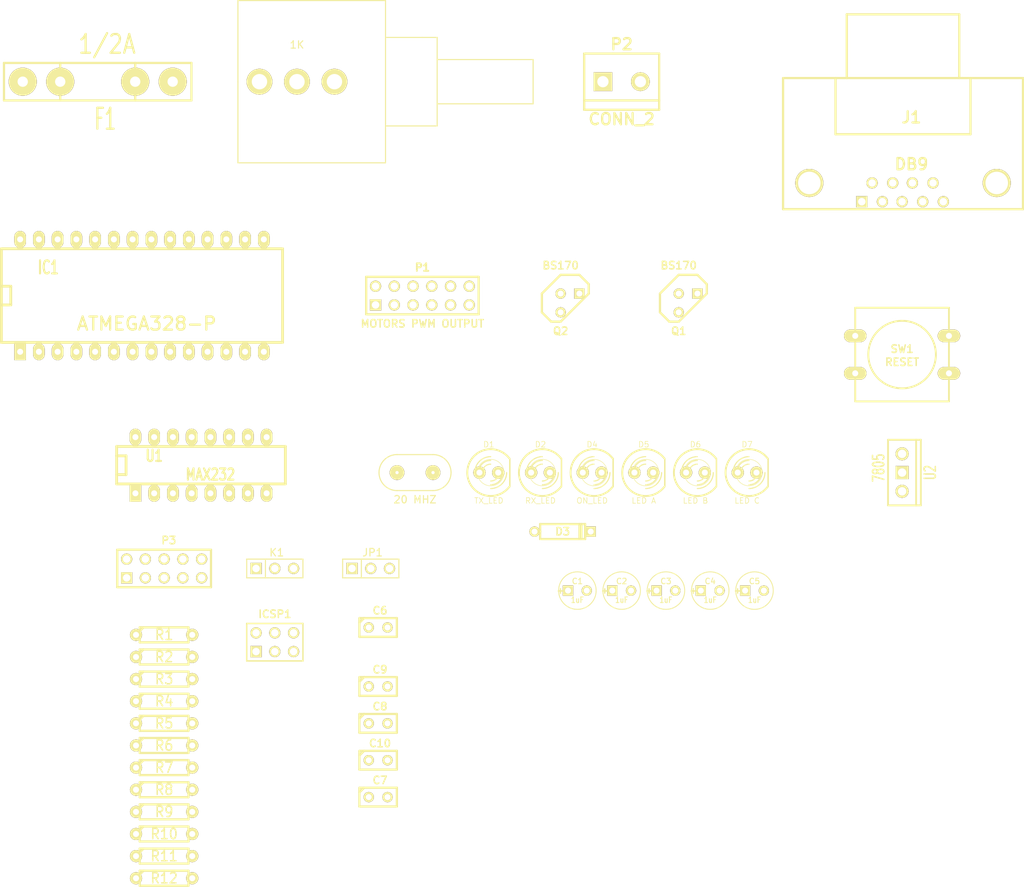
<source format=kicad_pcb>
(kicad_pcb (version 3) (host pcbnew "(2013-07-07 BZR 4022)-stable")

  (general
    (links 101)
    (no_connects 101)
    (area 0 0 0 0)
    (thickness 1.6)
    (drawings 0)
    (tracks 0)
    (zones 0)
    (modules 45)
    (nets 44)
  )

  (page A3)
  (layers
    (15 F.Cu signal)
    (0 B.Cu signal)
    (16 B.Adhes user)
    (17 F.Adhes user)
    (18 B.Paste user)
    (19 F.Paste user)
    (20 B.SilkS user)
    (21 F.SilkS user)
    (22 B.Mask user)
    (23 F.Mask user)
    (24 Dwgs.User user)
    (25 Cmts.User user)
    (26 Eco1.User user)
    (27 Eco2.User user)
    (28 Edge.Cuts user)
  )

  (setup
    (last_trace_width 0.508)
    (trace_clearance 0.508)
    (zone_clearance 0.508)
    (zone_45_only no)
    (trace_min 0.254)
    (segment_width 0.2)
    (edge_width 0.1)
    (via_size 0.889)
    (via_drill 0.635)
    (via_min_size 0.889)
    (via_min_drill 0.508)
    (uvia_size 0.508)
    (uvia_drill 0.127)
    (uvias_allowed no)
    (uvia_min_size 0.508)
    (uvia_min_drill 0.127)
    (pcb_text_width 0.3)
    (pcb_text_size 1.5 1.5)
    (mod_edge_width 0.15)
    (mod_text_size 1 1)
    (mod_text_width 0.15)
    (pad_size 1.5 1.5)
    (pad_drill 0.6)
    (pad_to_mask_clearance 0)
    (aux_axis_origin 0 0)
    (visible_elements FFFFFBBF)
    (pcbplotparams
      (layerselection 3178497)
      (usegerberextensions true)
      (excludeedgelayer true)
      (linewidth 0.150000)
      (plotframeref false)
      (viasonmask false)
      (mode 1)
      (useauxorigin false)
      (hpglpennumber 1)
      (hpglpenspeed 20)
      (hpglpendiameter 15)
      (hpglpenoverlay 2)
      (psnegative false)
      (psa4output false)
      (plotreference true)
      (plotvalue true)
      (plotothertext true)
      (plotinvisibletext false)
      (padsonsilk false)
      (subtractmaskfromsilk false)
      (outputformat 1)
      (mirror false)
      (drillshape 1)
      (scaleselection 1)
      (outputdirectory ""))
  )

  (net 0 "")
  (net 1 +12V)
  (net 2 +2.5V)
  (net 3 +5V)
  (net 4 /DEBUG)
  (net 5 /LA)
  (net 6 /LB)
  (net 7 /LC)
  (net 8 /MISO)
  (net 9 /MOSI)
  (net 10 /PWM1)
  (net 11 /PWM2)
  (net 12 /PWM3)
  (net 13 /PWM4)
  (net 14 /RESET)
  (net 15 /RX)
  (net 16 /SCK)
  (net 17 /SCL)
  (net 18 /SDA)
  (net 19 /SP)
  (net 20 /TX)
  (net 21 /XTAL1)
  (net 22 /XTAL2)
  (net 23 GND)
  (net 24 N-0000012)
  (net 25 N-0000015)
  (net 26 N-0000017)
  (net 27 N-0000018)
  (net 28 N-0000019)
  (net 29 N-0000027)
  (net 30 N-0000028)
  (net 31 N-0000031)
  (net 32 N-0000032)
  (net 33 N-0000033)
  (net 34 N-0000045)
  (net 35 N-0000046)
  (net 36 N-0000052)
  (net 37 N-0000053)
  (net 38 N-0000054)
  (net 39 N-0000055)
  (net 40 N-0000056)
  (net 41 N-0000057)
  (net 42 N-0000058)
  (net 43 N-0000059)

  (net_class Default "This is the default net class."
    (clearance 0.508)
    (trace_width 0.508)
    (via_dia 0.889)
    (via_drill 0.635)
    (uvia_dia 0.508)
    (uvia_drill 0.127)
    (add_net "")
    (add_net +12V)
    (add_net +2.5V)
    (add_net +5V)
    (add_net /DEBUG)
    (add_net /LA)
    (add_net /LB)
    (add_net /LC)
    (add_net /MISO)
    (add_net /MOSI)
    (add_net /PWM1)
    (add_net /PWM2)
    (add_net /PWM3)
    (add_net /PWM4)
    (add_net /RESET)
    (add_net /RX)
    (add_net /SCK)
    (add_net /SCL)
    (add_net /SDA)
    (add_net /SP)
    (add_net /TX)
    (add_net /XTAL1)
    (add_net /XTAL2)
    (add_net GND)
    (add_net N-0000012)
    (add_net N-0000015)
    (add_net N-0000017)
    (add_net N-0000018)
    (add_net N-0000019)
    (add_net N-0000027)
    (add_net N-0000028)
    (add_net N-0000031)
    (add_net N-0000032)
    (add_net N-0000033)
    (add_net N-0000045)
    (add_net N-0000046)
    (add_net N-0000052)
    (add_net N-0000053)
    (add_net N-0000054)
    (add_net N-0000055)
    (add_net N-0000056)
    (add_net N-0000057)
    (add_net N-0000058)
    (add_net N-0000059)
  )

  (module xtal (layer F.Cu) (tedit 55AED56F) (tstamp 55AED829)
    (at 81 77 180)
    (path /54531798)
    (fp_text reference X1 (at 0 1.22 180) (layer F.SilkS) hide
      (effects (font (size 1 1) (thickness 0.15)))
    )
    (fp_text value "20 MHZ" (at 0 -3.66 180) (layer F.SilkS)
      (effects (font (size 1 1) (thickness 0.15)))
    )
    (fp_arc (start -2.44 0) (end -2.44 2.44) (angle 90) (layer F.SilkS) (width 0.15))
    (fp_arc (start -2.44 0) (end -4.88 0) (angle 90) (layer F.SilkS) (width 0.15))
    (fp_arc (start 2.44 0) (end 4.88 0) (angle 90) (layer F.SilkS) (width 0.15))
    (fp_arc (start 2.44 0) (end 2.44 -2.44) (angle 90) (layer F.SilkS) (width 0.15))
    (fp_line (start -2.44 2.44) (end 2.44 2.44) (layer F.SilkS) (width 0.15))
    (fp_line (start 2.44 -2.44) (end -2.44 -2.44) (layer F.SilkS) (width 0.15))
    (pad 1 thru_hole circle (at -2.44 0 180) (size 2 2) (drill 0.43)
      (layers *.Cu *.Mask F.SilkS)
      (net 22 /XTAL2)
    )
    (pad 2 thru_hole circle (at 2.44 0 180) (size 2 2) (drill 0.43)
      (layers *.Cu *.Mask F.SilkS)
      (net 21 /XTAL1)
    )
  )

  (module TO92 (layer F.Cu) (tedit 443CFFD1) (tstamp 55AED838)
    (at 102 54)
    (descr "Transistor TO92 brochage type BC237")
    (tags "TR TO92")
    (path /54533006)
    (fp_text reference Q2 (at -1.27 3.81) (layer F.SilkS)
      (effects (font (size 1.016 1.016) (thickness 0.2032)))
    )
    (fp_text value BS170 (at -1.27 -5.08) (layer F.SilkS)
      (effects (font (size 1.016 1.016) (thickness 0.2032)))
    )
    (fp_line (start -1.27 2.54) (end 2.54 -1.27) (layer F.SilkS) (width 0.3048))
    (fp_line (start 2.54 -1.27) (end 2.54 -2.54) (layer F.SilkS) (width 0.3048))
    (fp_line (start 2.54 -2.54) (end 1.27 -3.81) (layer F.SilkS) (width 0.3048))
    (fp_line (start 1.27 -3.81) (end -1.27 -3.81) (layer F.SilkS) (width 0.3048))
    (fp_line (start -1.27 -3.81) (end -3.81 -1.27) (layer F.SilkS) (width 0.3048))
    (fp_line (start -3.81 -1.27) (end -3.81 1.27) (layer F.SilkS) (width 0.3048))
    (fp_line (start -3.81 1.27) (end -2.54 2.54) (layer F.SilkS) (width 0.3048))
    (fp_line (start -2.54 2.54) (end -1.27 2.54) (layer F.SilkS) (width 0.3048))
    (pad 1 thru_hole rect (at 1.27 -1.27) (size 1.397 1.397) (drill 0.8128)
      (layers *.Cu *.Mask F.SilkS)
    )
    (pad 2 thru_hole circle (at -1.27 -1.27) (size 1.397 1.397) (drill 0.8128)
      (layers *.Cu *.Mask F.SilkS)
    )
    (pad 3 thru_hole circle (at -1.27 1.27) (size 1.397 1.397) (drill 0.8128)
      (layers *.Cu *.Mask F.SilkS)
    )
    (model discret/to98.wrl
      (at (xyz 0 0 0))
      (scale (xyz 1 1 1))
      (rotate (xyz 0 0 0))
    )
  )

  (module TO92 (layer F.Cu) (tedit 443CFFD1) (tstamp 55AED847)
    (at 118 54)
    (descr "Transistor TO92 brochage type BC237")
    (tags "TR TO92")
    (path /54532FF9)
    (fp_text reference Q1 (at -1.27 3.81) (layer F.SilkS)
      (effects (font (size 1.016 1.016) (thickness 0.2032)))
    )
    (fp_text value BS170 (at -1.27 -5.08) (layer F.SilkS)
      (effects (font (size 1.016 1.016) (thickness 0.2032)))
    )
    (fp_line (start -1.27 2.54) (end 2.54 -1.27) (layer F.SilkS) (width 0.3048))
    (fp_line (start 2.54 -1.27) (end 2.54 -2.54) (layer F.SilkS) (width 0.3048))
    (fp_line (start 2.54 -2.54) (end 1.27 -3.81) (layer F.SilkS) (width 0.3048))
    (fp_line (start 1.27 -3.81) (end -1.27 -3.81) (layer F.SilkS) (width 0.3048))
    (fp_line (start -1.27 -3.81) (end -3.81 -1.27) (layer F.SilkS) (width 0.3048))
    (fp_line (start -3.81 -1.27) (end -3.81 1.27) (layer F.SilkS) (width 0.3048))
    (fp_line (start -3.81 1.27) (end -2.54 2.54) (layer F.SilkS) (width 0.3048))
    (fp_line (start -2.54 2.54) (end -1.27 2.54) (layer F.SilkS) (width 0.3048))
    (pad 1 thru_hole rect (at 1.27 -1.27) (size 1.397 1.397) (drill 0.8128)
      (layers *.Cu *.Mask F.SilkS)
    )
    (pad 2 thru_hole circle (at -1.27 -1.27) (size 1.397 1.397) (drill 0.8128)
      (layers *.Cu *.Mask F.SilkS)
    )
    (pad 3 thru_hole circle (at -1.27 1.27) (size 1.397 1.397) (drill 0.8128)
      (layers *.Cu *.Mask F.SilkS)
    )
    (model discret/to98.wrl
      (at (xyz 0 0 0))
      (scale (xyz 1 1 1))
      (rotate (xyz 0 0 0))
    )
  )

  (module SW_PUSH-12mm (layer F.Cu) (tedit 4C612761) (tstamp 55AED854)
    (at 147 61)
    (path /54530819)
    (fp_text reference SW1 (at 0 -0.762) (layer F.SilkS)
      (effects (font (size 1.016 1.016) (thickness 0.2032)))
    )
    (fp_text value RESET (at 0 1.016) (layer F.SilkS)
      (effects (font (size 1.016 1.016) (thickness 0.2032)))
    )
    (fp_circle (center 0 0) (end 3.81 2.54) (layer F.SilkS) (width 0.254))
    (fp_line (start -6.35 -6.35) (end 6.35 -6.35) (layer F.SilkS) (width 0.254))
    (fp_line (start 6.35 -6.35) (end 6.35 6.35) (layer F.SilkS) (width 0.254))
    (fp_line (start 6.35 6.35) (end -6.35 6.35) (layer F.SilkS) (width 0.254))
    (fp_line (start -6.35 6.35) (end -6.35 -6.35) (layer F.SilkS) (width 0.254))
    (pad 1 thru_hole oval (at 6.35 -2.54) (size 3.048 1.7272) (drill 0.8128)
      (layers *.Cu *.Mask F.SilkS)
      (net 23 GND)
    )
    (pad 2 thru_hole oval (at 6.35 2.54) (size 3.048 1.7272) (drill 0.8128)
      (layers *.Cu *.Mask F.SilkS)
      (net 14 /RESET)
    )
    (pad 1 thru_hole oval (at -6.35 -2.54) (size 3.048 1.7272) (drill 0.8128)
      (layers *.Cu *.Mask F.SilkS)
      (net 23 GND)
    )
    (pad 2 thru_hole oval (at -6.35 2.54) (size 3.048 1.7272) (drill 0.8128)
      (layers *.Cu *.Mask F.SilkS)
      (net 14 /RESET)
    )
  )

  (module R3-LARGE_PADS (layer F.Cu) (tedit 47E26765) (tstamp 55AED862)
    (at 47 117)
    (descr "Resitance 3 pas")
    (tags R)
    (path /54531D87)
    (autoplace_cost180 10)
    (fp_text reference R7 (at 0 0) (layer F.SilkS)
      (effects (font (size 1.397 1.27) (thickness 0.2032)))
    )
    (fp_text value 1k (at 0 0) (layer F.SilkS) hide
      (effects (font (size 1.397 1.27) (thickness 0.2032)))
    )
    (fp_line (start -3.81 0) (end -3.302 0) (layer F.SilkS) (width 0.3048))
    (fp_line (start 3.81 0) (end 3.302 0) (layer F.SilkS) (width 0.3048))
    (fp_line (start 3.302 0) (end 3.302 -1.016) (layer F.SilkS) (width 0.3048))
    (fp_line (start 3.302 -1.016) (end -3.302 -1.016) (layer F.SilkS) (width 0.3048))
    (fp_line (start -3.302 -1.016) (end -3.302 1.016) (layer F.SilkS) (width 0.3048))
    (fp_line (start -3.302 1.016) (end 3.302 1.016) (layer F.SilkS) (width 0.3048))
    (fp_line (start 3.302 1.016) (end 3.302 0) (layer F.SilkS) (width 0.3048))
    (fp_line (start -3.302 -0.508) (end -2.794 -1.016) (layer F.SilkS) (width 0.3048))
    (pad 1 thru_hole circle (at -3.81 0) (size 1.651 1.651) (drill 0.8128)
      (layers *.Cu *.Mask F.SilkS)
      (net 3 +5V)
    )
    (pad 2 thru_hole circle (at 3.81 0) (size 1.651 1.651) (drill 0.8128)
      (layers *.Cu *.Mask F.SilkS)
      (net 25 N-0000015)
    )
    (model discret/resistor.wrl
      (at (xyz 0 0 0))
      (scale (xyz 0.3 0.3 0.3))
      (rotate (xyz 0 0 0))
    )
  )

  (module R3-LARGE_PADS (layer F.Cu) (tedit 47E26765) (tstamp 55AED870)
    (at 47 105)
    (descr "Resitance 3 pas")
    (tags R)
    (path /545316AE)
    (autoplace_cost180 10)
    (fp_text reference R3 (at 0 0) (layer F.SilkS)
      (effects (font (size 1.397 1.27) (thickness 0.2032)))
    )
    (fp_text value 1M (at 0 0) (layer F.SilkS) hide
      (effects (font (size 1.397 1.27) (thickness 0.2032)))
    )
    (fp_line (start -3.81 0) (end -3.302 0) (layer F.SilkS) (width 0.3048))
    (fp_line (start 3.81 0) (end 3.302 0) (layer F.SilkS) (width 0.3048))
    (fp_line (start 3.302 0) (end 3.302 -1.016) (layer F.SilkS) (width 0.3048))
    (fp_line (start 3.302 -1.016) (end -3.302 -1.016) (layer F.SilkS) (width 0.3048))
    (fp_line (start -3.302 -1.016) (end -3.302 1.016) (layer F.SilkS) (width 0.3048))
    (fp_line (start -3.302 1.016) (end 3.302 1.016) (layer F.SilkS) (width 0.3048))
    (fp_line (start 3.302 1.016) (end 3.302 0) (layer F.SilkS) (width 0.3048))
    (fp_line (start -3.302 -0.508) (end -2.794 -1.016) (layer F.SilkS) (width 0.3048))
    (pad 1 thru_hole circle (at -3.81 0) (size 1.651 1.651) (drill 0.8128)
      (layers *.Cu *.Mask F.SilkS)
      (net 21 /XTAL1)
    )
    (pad 2 thru_hole circle (at 3.81 0) (size 1.651 1.651) (drill 0.8128)
      (layers *.Cu *.Mask F.SilkS)
      (net 22 /XTAL2)
    )
    (model discret/resistor.wrl
      (at (xyz 0 0 0))
      (scale (xyz 0.3 0.3 0.3))
      (rotate (xyz 0 0 0))
    )
  )

  (module R3-LARGE_PADS (layer F.Cu) (tedit 47E26765) (tstamp 55AED87E)
    (at 47 108)
    (descr "Resitance 3 pas")
    (tags R)
    (path /5453057B)
    (autoplace_cost180 10)
    (fp_text reference R4 (at 0 0) (layer F.SilkS)
      (effects (font (size 1.397 1.27) (thickness 0.2032)))
    )
    (fp_text value 10k (at 0 0) (layer F.SilkS) hide
      (effects (font (size 1.397 1.27) (thickness 0.2032)))
    )
    (fp_line (start -3.81 0) (end -3.302 0) (layer F.SilkS) (width 0.3048))
    (fp_line (start 3.81 0) (end 3.302 0) (layer F.SilkS) (width 0.3048))
    (fp_line (start 3.302 0) (end 3.302 -1.016) (layer F.SilkS) (width 0.3048))
    (fp_line (start 3.302 -1.016) (end -3.302 -1.016) (layer F.SilkS) (width 0.3048))
    (fp_line (start -3.302 -1.016) (end -3.302 1.016) (layer F.SilkS) (width 0.3048))
    (fp_line (start -3.302 1.016) (end 3.302 1.016) (layer F.SilkS) (width 0.3048))
    (fp_line (start 3.302 1.016) (end 3.302 0) (layer F.SilkS) (width 0.3048))
    (fp_line (start -3.302 -0.508) (end -2.794 -1.016) (layer F.SilkS) (width 0.3048))
    (pad 1 thru_hole circle (at -3.81 0) (size 1.651 1.651) (drill 0.8128)
      (layers *.Cu *.Mask F.SilkS)
      (net 3 +5V)
    )
    (pad 2 thru_hole circle (at 3.81 0) (size 1.651 1.651) (drill 0.8128)
      (layers *.Cu *.Mask F.SilkS)
      (net 14 /RESET)
    )
    (model discret/resistor.wrl
      (at (xyz 0 0 0))
      (scale (xyz 0.3 0.3 0.3))
      (rotate (xyz 0 0 0))
    )
  )

  (module R3-LARGE_PADS (layer F.Cu) (tedit 47E26765) (tstamp 55AED88C)
    (at 47 102)
    (descr "Resitance 3 pas")
    (tags R)
    (path /54531E9B)
    (autoplace_cost180 10)
    (fp_text reference R2 (at 0 0) (layer F.SilkS)
      (effects (font (size 1.397 1.27) (thickness 0.2032)))
    )
    (fp_text value 1k (at 0 0) (layer F.SilkS) hide
      (effects (font (size 1.397 1.27) (thickness 0.2032)))
    )
    (fp_line (start -3.81 0) (end -3.302 0) (layer F.SilkS) (width 0.3048))
    (fp_line (start 3.81 0) (end 3.302 0) (layer F.SilkS) (width 0.3048))
    (fp_line (start 3.302 0) (end 3.302 -1.016) (layer F.SilkS) (width 0.3048))
    (fp_line (start 3.302 -1.016) (end -3.302 -1.016) (layer F.SilkS) (width 0.3048))
    (fp_line (start -3.302 -1.016) (end -3.302 1.016) (layer F.SilkS) (width 0.3048))
    (fp_line (start -3.302 1.016) (end 3.302 1.016) (layer F.SilkS) (width 0.3048))
    (fp_line (start 3.302 1.016) (end 3.302 0) (layer F.SilkS) (width 0.3048))
    (fp_line (start -3.302 -0.508) (end -2.794 -1.016) (layer F.SilkS) (width 0.3048))
    (pad 1 thru_hole circle (at -3.81 0) (size 1.651 1.651) (drill 0.8128)
      (layers *.Cu *.Mask F.SilkS)
      (net 15 /RX)
    )
    (pad 2 thru_hole circle (at 3.81 0) (size 1.651 1.651) (drill 0.8128)
      (layers *.Cu *.Mask F.SilkS)
      (net 42 N-0000058)
    )
    (model discret/resistor.wrl
      (at (xyz 0 0 0))
      (scale (xyz 0.3 0.3 0.3))
      (rotate (xyz 0 0 0))
    )
  )

  (module R3-LARGE_PADS (layer F.Cu) (tedit 47E26765) (tstamp 55AED89A)
    (at 47 99)
    (descr "Resitance 3 pas")
    (tags R)
    (path /54531EA1)
    (autoplace_cost180 10)
    (fp_text reference R1 (at 0 0) (layer F.SilkS)
      (effects (font (size 1.397 1.27) (thickness 0.2032)))
    )
    (fp_text value 1k (at 0 0) (layer F.SilkS) hide
      (effects (font (size 1.397 1.27) (thickness 0.2032)))
    )
    (fp_line (start -3.81 0) (end -3.302 0) (layer F.SilkS) (width 0.3048))
    (fp_line (start 3.81 0) (end 3.302 0) (layer F.SilkS) (width 0.3048))
    (fp_line (start 3.302 0) (end 3.302 -1.016) (layer F.SilkS) (width 0.3048))
    (fp_line (start 3.302 -1.016) (end -3.302 -1.016) (layer F.SilkS) (width 0.3048))
    (fp_line (start -3.302 -1.016) (end -3.302 1.016) (layer F.SilkS) (width 0.3048))
    (fp_line (start -3.302 1.016) (end 3.302 1.016) (layer F.SilkS) (width 0.3048))
    (fp_line (start 3.302 1.016) (end 3.302 0) (layer F.SilkS) (width 0.3048))
    (fp_line (start -3.302 -0.508) (end -2.794 -1.016) (layer F.SilkS) (width 0.3048))
    (pad 1 thru_hole circle (at -3.81 0) (size 1.651 1.651) (drill 0.8128)
      (layers *.Cu *.Mask F.SilkS)
      (net 20 /TX)
    )
    (pad 2 thru_hole circle (at 3.81 0) (size 1.651 1.651) (drill 0.8128)
      (layers *.Cu *.Mask F.SilkS)
      (net 43 N-0000059)
    )
    (model discret/resistor.wrl
      (at (xyz 0 0 0))
      (scale (xyz 0.3 0.3 0.3))
      (rotate (xyz 0 0 0))
    )
  )

  (module R3-LARGE_PADS (layer F.Cu) (tedit 47E26765) (tstamp 55AED8A8)
    (at 47 114)
    (descr "Resitance 3 pas")
    (tags R)
    (path /545327A6)
    (autoplace_cost180 10)
    (fp_text reference R6 (at 0 0) (layer F.SilkS)
      (effects (font (size 1.397 1.27) (thickness 0.2032)))
    )
    (fp_text value 4.7k (at 0 0) (layer F.SilkS) hide
      (effects (font (size 1.397 1.27) (thickness 0.2032)))
    )
    (fp_line (start -3.81 0) (end -3.302 0) (layer F.SilkS) (width 0.3048))
    (fp_line (start 3.81 0) (end 3.302 0) (layer F.SilkS) (width 0.3048))
    (fp_line (start 3.302 0) (end 3.302 -1.016) (layer F.SilkS) (width 0.3048))
    (fp_line (start 3.302 -1.016) (end -3.302 -1.016) (layer F.SilkS) (width 0.3048))
    (fp_line (start -3.302 -1.016) (end -3.302 1.016) (layer F.SilkS) (width 0.3048))
    (fp_line (start -3.302 1.016) (end 3.302 1.016) (layer F.SilkS) (width 0.3048))
    (fp_line (start 3.302 1.016) (end 3.302 0) (layer F.SilkS) (width 0.3048))
    (fp_line (start -3.302 -0.508) (end -2.794 -1.016) (layer F.SilkS) (width 0.3048))
    (pad 1 thru_hole circle (at -3.81 0) (size 1.651 1.651) (drill 0.8128)
      (layers *.Cu *.Mask F.SilkS)
      (net 3 +5V)
    )
    (pad 2 thru_hole circle (at 3.81 0) (size 1.651 1.651) (drill 0.8128)
      (layers *.Cu *.Mask F.SilkS)
      (net 18 /SDA)
    )
    (model discret/resistor.wrl
      (at (xyz 0 0 0))
      (scale (xyz 0.3 0.3 0.3))
      (rotate (xyz 0 0 0))
    )
  )

  (module R3-LARGE_PADS (layer F.Cu) (tedit 47E26765) (tstamp 55AED8B6)
    (at 47 111)
    (descr "Resitance 3 pas")
    (tags R)
    (path /54532905)
    (autoplace_cost180 10)
    (fp_text reference R5 (at 0 0) (layer F.SilkS)
      (effects (font (size 1.397 1.27) (thickness 0.2032)))
    )
    (fp_text value 4.7k (at 0 0) (layer F.SilkS) hide
      (effects (font (size 1.397 1.27) (thickness 0.2032)))
    )
    (fp_line (start -3.81 0) (end -3.302 0) (layer F.SilkS) (width 0.3048))
    (fp_line (start 3.81 0) (end 3.302 0) (layer F.SilkS) (width 0.3048))
    (fp_line (start 3.302 0) (end 3.302 -1.016) (layer F.SilkS) (width 0.3048))
    (fp_line (start 3.302 -1.016) (end -3.302 -1.016) (layer F.SilkS) (width 0.3048))
    (fp_line (start -3.302 -1.016) (end -3.302 1.016) (layer F.SilkS) (width 0.3048))
    (fp_line (start -3.302 1.016) (end 3.302 1.016) (layer F.SilkS) (width 0.3048))
    (fp_line (start 3.302 1.016) (end 3.302 0) (layer F.SilkS) (width 0.3048))
    (fp_line (start -3.302 -0.508) (end -2.794 -1.016) (layer F.SilkS) (width 0.3048))
    (pad 1 thru_hole circle (at -3.81 0) (size 1.651 1.651) (drill 0.8128)
      (layers *.Cu *.Mask F.SilkS)
      (net 3 +5V)
    )
    (pad 2 thru_hole circle (at 3.81 0) (size 1.651 1.651) (drill 0.8128)
      (layers *.Cu *.Mask F.SilkS)
      (net 17 /SCL)
    )
    (model discret/resistor.wrl
      (at (xyz 0 0 0))
      (scale (xyz 0.3 0.3 0.3))
      (rotate (xyz 0 0 0))
    )
  )

  (module R3-LARGE_PADS (layer F.Cu) (tedit 47E26765) (tstamp 55AED8C4)
    (at 47 120)
    (descr "Resitance 3 pas")
    (tags R)
    (path /559B35F2)
    (autoplace_cost180 10)
    (fp_text reference R8 (at 0 0) (layer F.SilkS)
      (effects (font (size 1.397 1.27) (thickness 0.2032)))
    )
    (fp_text value 1k (at 0 0) (layer F.SilkS) hide
      (effects (font (size 1.397 1.27) (thickness 0.2032)))
    )
    (fp_line (start -3.81 0) (end -3.302 0) (layer F.SilkS) (width 0.3048))
    (fp_line (start 3.81 0) (end 3.302 0) (layer F.SilkS) (width 0.3048))
    (fp_line (start 3.302 0) (end 3.302 -1.016) (layer F.SilkS) (width 0.3048))
    (fp_line (start 3.302 -1.016) (end -3.302 -1.016) (layer F.SilkS) (width 0.3048))
    (fp_line (start -3.302 -1.016) (end -3.302 1.016) (layer F.SilkS) (width 0.3048))
    (fp_line (start -3.302 1.016) (end 3.302 1.016) (layer F.SilkS) (width 0.3048))
    (fp_line (start 3.302 1.016) (end 3.302 0) (layer F.SilkS) (width 0.3048))
    (fp_line (start -3.302 -0.508) (end -2.794 -1.016) (layer F.SilkS) (width 0.3048))
    (pad 1 thru_hole circle (at -3.81 0) (size 1.651 1.651) (drill 0.8128)
      (layers *.Cu *.Mask F.SilkS)
      (net 5 /LA)
    )
    (pad 2 thru_hole circle (at 3.81 0) (size 1.651 1.651) (drill 0.8128)
      (layers *.Cu *.Mask F.SilkS)
      (net 28 N-0000019)
    )
    (model discret/resistor.wrl
      (at (xyz 0 0 0))
      (scale (xyz 0.3 0.3 0.3))
      (rotate (xyz 0 0 0))
    )
  )

  (module R3-LARGE_PADS (layer F.Cu) (tedit 47E26765) (tstamp 55AED8D2)
    (at 47 123)
    (descr "Resitance 3 pas")
    (tags R)
    (path /559B3600)
    (autoplace_cost180 10)
    (fp_text reference R9 (at 0 0) (layer F.SilkS)
      (effects (font (size 1.397 1.27) (thickness 0.2032)))
    )
    (fp_text value 1k (at 0 0) (layer F.SilkS) hide
      (effects (font (size 1.397 1.27) (thickness 0.2032)))
    )
    (fp_line (start -3.81 0) (end -3.302 0) (layer F.SilkS) (width 0.3048))
    (fp_line (start 3.81 0) (end 3.302 0) (layer F.SilkS) (width 0.3048))
    (fp_line (start 3.302 0) (end 3.302 -1.016) (layer F.SilkS) (width 0.3048))
    (fp_line (start 3.302 -1.016) (end -3.302 -1.016) (layer F.SilkS) (width 0.3048))
    (fp_line (start -3.302 -1.016) (end -3.302 1.016) (layer F.SilkS) (width 0.3048))
    (fp_line (start -3.302 1.016) (end 3.302 1.016) (layer F.SilkS) (width 0.3048))
    (fp_line (start 3.302 1.016) (end 3.302 0) (layer F.SilkS) (width 0.3048))
    (fp_line (start -3.302 -0.508) (end -2.794 -1.016) (layer F.SilkS) (width 0.3048))
    (pad 1 thru_hole circle (at -3.81 0) (size 1.651 1.651) (drill 0.8128)
      (layers *.Cu *.Mask F.SilkS)
      (net 6 /LB)
    )
    (pad 2 thru_hole circle (at 3.81 0) (size 1.651 1.651) (drill 0.8128)
      (layers *.Cu *.Mask F.SilkS)
      (net 27 N-0000018)
    )
    (model discret/resistor.wrl
      (at (xyz 0 0 0))
      (scale (xyz 0.3 0.3 0.3))
      (rotate (xyz 0 0 0))
    )
  )

  (module R3-LARGE_PADS (layer F.Cu) (tedit 47E26765) (tstamp 55AED8E0)
    (at 47 126)
    (descr "Resitance 3 pas")
    (tags R)
    (path /559B3606)
    (autoplace_cost180 10)
    (fp_text reference R10 (at 0 0) (layer F.SilkS)
      (effects (font (size 1.397 1.27) (thickness 0.2032)))
    )
    (fp_text value 1k (at 0 0) (layer F.SilkS) hide
      (effects (font (size 1.397 1.27) (thickness 0.2032)))
    )
    (fp_line (start -3.81 0) (end -3.302 0) (layer F.SilkS) (width 0.3048))
    (fp_line (start 3.81 0) (end 3.302 0) (layer F.SilkS) (width 0.3048))
    (fp_line (start 3.302 0) (end 3.302 -1.016) (layer F.SilkS) (width 0.3048))
    (fp_line (start 3.302 -1.016) (end -3.302 -1.016) (layer F.SilkS) (width 0.3048))
    (fp_line (start -3.302 -1.016) (end -3.302 1.016) (layer F.SilkS) (width 0.3048))
    (fp_line (start -3.302 1.016) (end 3.302 1.016) (layer F.SilkS) (width 0.3048))
    (fp_line (start 3.302 1.016) (end 3.302 0) (layer F.SilkS) (width 0.3048))
    (fp_line (start -3.302 -0.508) (end -2.794 -1.016) (layer F.SilkS) (width 0.3048))
    (pad 1 thru_hole circle (at -3.81 0) (size 1.651 1.651) (drill 0.8128)
      (layers *.Cu *.Mask F.SilkS)
      (net 7 /LC)
    )
    (pad 2 thru_hole circle (at 3.81 0) (size 1.651 1.651) (drill 0.8128)
      (layers *.Cu *.Mask F.SilkS)
      (net 26 N-0000017)
    )
    (model discret/resistor.wrl
      (at (xyz 0 0 0))
      (scale (xyz 0.3 0.3 0.3))
      (rotate (xyz 0 0 0))
    )
  )

  (module R3-LARGE_PADS (layer F.Cu) (tedit 47E26765) (tstamp 55AED8EE)
    (at 47 132)
    (descr "Resitance 3 pas")
    (tags R)
    (path /55A54BFD)
    (autoplace_cost180 10)
    (fp_text reference R12 (at 0 0) (layer F.SilkS)
      (effects (font (size 1.397 1.27) (thickness 0.2032)))
    )
    (fp_text value 4.7K (at 0 0) (layer F.SilkS) hide
      (effects (font (size 1.397 1.27) (thickness 0.2032)))
    )
    (fp_line (start -3.81 0) (end -3.302 0) (layer F.SilkS) (width 0.3048))
    (fp_line (start 3.81 0) (end 3.302 0) (layer F.SilkS) (width 0.3048))
    (fp_line (start 3.302 0) (end 3.302 -1.016) (layer F.SilkS) (width 0.3048))
    (fp_line (start 3.302 -1.016) (end -3.302 -1.016) (layer F.SilkS) (width 0.3048))
    (fp_line (start -3.302 -1.016) (end -3.302 1.016) (layer F.SilkS) (width 0.3048))
    (fp_line (start -3.302 1.016) (end 3.302 1.016) (layer F.SilkS) (width 0.3048))
    (fp_line (start 3.302 1.016) (end 3.302 0) (layer F.SilkS) (width 0.3048))
    (fp_line (start -3.302 -0.508) (end -2.794 -1.016) (layer F.SilkS) (width 0.3048))
    (pad 1 thru_hole circle (at -3.81 0) (size 1.651 1.651) (drill 0.8128)
      (layers *.Cu *.Mask F.SilkS)
      (net 2 +2.5V)
    )
    (pad 2 thru_hole circle (at 3.81 0) (size 1.651 1.651) (drill 0.8128)
      (layers *.Cu *.Mask F.SilkS)
      (net 23 GND)
    )
    (model discret/resistor.wrl
      (at (xyz 0 0 0))
      (scale (xyz 0.3 0.3 0.3))
      (rotate (xyz 0 0 0))
    )
  )

  (module R3-LARGE_PADS (layer F.Cu) (tedit 47E26765) (tstamp 55AED8FC)
    (at 47 129)
    (descr "Resitance 3 pas")
    (tags R)
    (path /55A54C08)
    (autoplace_cost180 10)
    (fp_text reference R11 (at 0 0) (layer F.SilkS)
      (effects (font (size 1.397 1.27) (thickness 0.2032)))
    )
    (fp_text value 4.7K (at 0 0) (layer F.SilkS) hide
      (effects (font (size 1.397 1.27) (thickness 0.2032)))
    )
    (fp_line (start -3.81 0) (end -3.302 0) (layer F.SilkS) (width 0.3048))
    (fp_line (start 3.81 0) (end 3.302 0) (layer F.SilkS) (width 0.3048))
    (fp_line (start 3.302 0) (end 3.302 -1.016) (layer F.SilkS) (width 0.3048))
    (fp_line (start 3.302 -1.016) (end -3.302 -1.016) (layer F.SilkS) (width 0.3048))
    (fp_line (start -3.302 -1.016) (end -3.302 1.016) (layer F.SilkS) (width 0.3048))
    (fp_line (start -3.302 1.016) (end 3.302 1.016) (layer F.SilkS) (width 0.3048))
    (fp_line (start 3.302 1.016) (end 3.302 0) (layer F.SilkS) (width 0.3048))
    (fp_line (start -3.302 -0.508) (end -2.794 -1.016) (layer F.SilkS) (width 0.3048))
    (pad 1 thru_hole circle (at -3.81 0) (size 1.651 1.651) (drill 0.8128)
      (layers *.Cu *.Mask F.SilkS)
      (net 3 +5V)
    )
    (pad 2 thru_hole circle (at 3.81 0) (size 1.651 1.651) (drill 0.8128)
      (layers *.Cu *.Mask F.SilkS)
      (net 2 +2.5V)
    )
    (model discret/resistor.wrl
      (at (xyz 0 0 0))
      (scale (xyz 0.3 0.3 0.3))
      (rotate (xyz 0 0 0))
    )
  )

  (module Pote10Vueltas (layer F.Cu) (tedit 55AED6E2) (tstamp 55AED910)
    (at 65 24)
    (path /5599F414)
    (fp_text reference RV1 (at 0 6) (layer F.SilkS) hide
      (effects (font (size 1 1) (thickness 0.15)))
    )
    (fp_text value 1K (at 0 -5) (layer F.SilkS)
      (effects (font (size 1 1) (thickness 0.15)))
    )
    (fp_line (start 19 -3) (end 32 -3) (layer F.SilkS) (width 0.15))
    (fp_line (start 32 -3) (end 32 3) (layer F.SilkS) (width 0.15))
    (fp_line (start 32 3) (end 19 3) (layer F.SilkS) (width 0.15))
    (fp_line (start 19 -6) (end 19 6) (layer F.SilkS) (width 0.15))
    (fp_line (start 19 6) (end 12 6) (layer F.SilkS) (width 0.15))
    (fp_line (start 19 -6) (end 17 -6) (layer F.SilkS) (width 0.15))
    (fp_line (start 12 -6) (end 17 -6) (layer F.SilkS) (width 0.15))
    (fp_line (start -8 0) (end -8 -11) (layer F.SilkS) (width 0.15))
    (fp_line (start -8 -11) (end 12 -11) (layer F.SilkS) (width 0.15))
    (fp_line (start -8 0) (end -8 11) (layer F.SilkS) (width 0.15))
    (fp_line (start -8 11) (end 12 11) (layer F.SilkS) (width 0.15))
    (fp_line (start 12 0) (end 12 11) (layer F.SilkS) (width 0.15))
    (fp_line (start 12 0) (end 12 -11) (layer F.SilkS) (width 0.15))
    (pad 2 thru_hole circle (at -5.08 0) (size 3.5 3.5) (drill 2.08)
      (layers *.Cu *.Mask F.SilkS)
      (net 19 /SP)
    )
    (pad 1 thru_hole circle (at 0 0) (size 3.5 3.5) (drill 2.08)
      (layers *.Cu *.Mask F.SilkS)
      (net 3 +5V)
    )
    (pad 3 thru_hole circle (at 5.08 0) (size 3.5 3.5) (drill 2.08)
      (layers *.Cu *.Mask F.SilkS)
      (net 23 GND)
    )
  )

  (module pin_array_6x2 (layer F.Cu) (tedit 3FB38A8B) (tstamp 55AED924)
    (at 82 53)
    (descr "Double rangee de contacts 2 x 6 pins")
    (tags CONN)
    (path /54530F3A)
    (fp_text reference P1 (at 0 -3.81) (layer F.SilkS)
      (effects (font (size 1.016 1.016) (thickness 0.27432)))
    )
    (fp_text value "MOTORS PWM OUTPUT" (at 0 3.81) (layer F.SilkS)
      (effects (font (size 1.016 1.016) (thickness 0.2032)))
    )
    (fp_line (start -7.62 -2.54) (end 7.62 -2.54) (layer F.SilkS) (width 0.3048))
    (fp_line (start 7.62 -2.54) (end 7.62 2.54) (layer F.SilkS) (width 0.3048))
    (fp_line (start 7.62 2.54) (end -7.62 2.54) (layer F.SilkS) (width 0.3048))
    (fp_line (start -7.62 2.54) (end -7.62 -2.54) (layer F.SilkS) (width 0.3048))
    (pad 1 thru_hole rect (at -6.35 1.27) (size 1.524 1.524) (drill 1.016)
      (layers *.Cu *.Mask F.SilkS)
      (net 23 GND)
    )
    (pad 2 thru_hole circle (at -6.35 -1.27) (size 1.524 1.524) (drill 1.016)
      (layers *.Cu *.Mask F.SilkS)
      (net 3 +5V)
    )
    (pad 3 thru_hole circle (at -3.81 1.27) (size 1.524 1.524) (drill 1.016)
      (layers *.Cu *.Mask F.SilkS)
      (net 10 /PWM1)
    )
    (pad 4 thru_hole circle (at -3.81 -1.27) (size 1.524 1.524) (drill 1.016)
      (layers *.Cu *.Mask F.SilkS)
      (net 23 GND)
    )
    (pad 5 thru_hole circle (at -1.27 1.27) (size 1.524 1.524) (drill 1.016)
      (layers *.Cu *.Mask F.SilkS)
      (net 3 +5V)
    )
    (pad 6 thru_hole circle (at -1.27 -1.27) (size 1.524 1.524) (drill 1.016)
      (layers *.Cu *.Mask F.SilkS)
      (net 11 /PWM2)
    )
    (pad 7 thru_hole circle (at 1.27 1.27) (size 1.524 1.524) (drill 1.016)
      (layers *.Cu *.Mask F.SilkS)
      (net 23 GND)
    )
    (pad 8 thru_hole circle (at 1.27 -1.27) (size 1.524 1.524) (drill 1.016)
      (layers *.Cu *.Mask F.SilkS)
      (net 3 +5V)
    )
    (pad 9 thru_hole circle (at 3.81 1.27) (size 1.524 1.524) (drill 1.016)
      (layers *.Cu *.Mask F.SilkS)
      (net 12 /PWM3)
    )
    (pad 10 thru_hole circle (at 3.81 -1.27) (size 1.524 1.524) (drill 1.016)
      (layers *.Cu *.Mask F.SilkS)
      (net 23 GND)
    )
    (pad 11 thru_hole circle (at 6.35 1.27) (size 1.524 1.524) (drill 1.016)
      (layers *.Cu *.Mask F.SilkS)
      (net 3 +5V)
    )
    (pad 12 thru_hole circle (at 6.35 -1.27) (size 1.524 1.524) (drill 1.016)
      (layers *.Cu *.Mask F.SilkS)
      (net 13 /PWM4)
    )
    (model pin_array/pins_array_6x2.wrl
      (at (xyz 0 0 0))
      (scale (xyz 1 1 1))
      (rotate (xyz 0 0 0))
    )
  )

  (module PIN_ARRAY_5x2 (layer F.Cu) (tedit 3FCF2109) (tstamp 55AED936)
    (at 47 90)
    (descr "Double rangee de contacts 2 x 5 pins")
    (tags CONN)
    (path /55A55523)
    (fp_text reference P3 (at 0.635 -3.81) (layer F.SilkS)
      (effects (font (size 1.016 1.016) (thickness 0.2032)))
    )
    (fp_text value CONN_SENSORES (at 0 -3.81) (layer F.SilkS) hide
      (effects (font (size 1.016 1.016) (thickness 0.2032)))
    )
    (fp_line (start -6.35 -2.54) (end 6.35 -2.54) (layer F.SilkS) (width 0.3048))
    (fp_line (start 6.35 -2.54) (end 6.35 2.54) (layer F.SilkS) (width 0.3048))
    (fp_line (start 6.35 2.54) (end -6.35 2.54) (layer F.SilkS) (width 0.3048))
    (fp_line (start -6.35 2.54) (end -6.35 -2.54) (layer F.SilkS) (width 0.3048))
    (pad 1 thru_hole rect (at -5.08 1.27) (size 1.524 1.524) (drill 1.016)
      (layers *.Cu *.Mask F.SilkS)
      (net 30 N-0000028)
    )
    (pad 2 thru_hole circle (at -5.08 -1.27) (size 1.524 1.524) (drill 1.016)
      (layers *.Cu *.Mask F.SilkS)
      (net 29 N-0000027)
    )
    (pad 3 thru_hole circle (at -2.54 1.27) (size 1.524 1.524) (drill 1.016)
      (layers *.Cu *.Mask F.SilkS)
    )
    (pad 4 thru_hole circle (at -2.54 -1.27) (size 1.524 1.524) (drill 1.016)
      (layers *.Cu *.Mask F.SilkS)
    )
    (pad 5 thru_hole circle (at 0 1.27) (size 1.524 1.524) (drill 1.016)
      (layers *.Cu *.Mask F.SilkS)
    )
    (pad 6 thru_hole circle (at 0 -1.27) (size 1.524 1.524) (drill 1.016)
      (layers *.Cu *.Mask F.SilkS)
    )
    (pad 7 thru_hole circle (at 2.54 1.27) (size 1.524 1.524) (drill 1.016)
      (layers *.Cu *.Mask F.SilkS)
    )
    (pad 8 thru_hole circle (at 2.54 -1.27) (size 1.524 1.524) (drill 1.016)
      (layers *.Cu *.Mask F.SilkS)
    )
    (pad 9 thru_hole circle (at 5.08 1.27) (size 1.524 1.524) (drill 1.016)
      (layers *.Cu *.Mask F.SilkS)
      (net 23 GND)
    )
    (pad 10 thru_hole circle (at 5.08 -1.27) (size 1.524 1.524) (drill 1.016)
      (layers *.Cu *.Mask F.SilkS)
      (net 3 +5V)
    )
    (model pin_array/pins_array_5x2.wrl
      (at (xyz 0 0 0))
      (scale (xyz 1 1 1))
      (rotate (xyz 0 0 0))
    )
  )

  (module pin_array_3x2 (layer F.Cu) (tedit 42931587) (tstamp 55AED944)
    (at 62 100)
    (descr "Double rangee de contacts 2 x 4 pins")
    (tags CONN)
    (path /5451A95C)
    (fp_text reference ICSP1 (at 0 -3.81) (layer F.SilkS)
      (effects (font (size 1.016 1.016) (thickness 0.2032)))
    )
    (fp_text value CONN_3X2 (at 0 3.81) (layer F.SilkS) hide
      (effects (font (size 1.016 1.016) (thickness 0.2032)))
    )
    (fp_line (start 3.81 2.54) (end -3.81 2.54) (layer F.SilkS) (width 0.2032))
    (fp_line (start -3.81 -2.54) (end 3.81 -2.54) (layer F.SilkS) (width 0.2032))
    (fp_line (start 3.81 -2.54) (end 3.81 2.54) (layer F.SilkS) (width 0.2032))
    (fp_line (start -3.81 2.54) (end -3.81 -2.54) (layer F.SilkS) (width 0.2032))
    (pad 1 thru_hole rect (at -2.54 1.27) (size 1.524 1.524) (drill 1.016)
      (layers *.Cu *.Mask F.SilkS)
      (net 8 /MISO)
    )
    (pad 2 thru_hole circle (at -2.54 -1.27) (size 1.524 1.524) (drill 1.016)
      (layers *.Cu *.Mask F.SilkS)
      (net 3 +5V)
    )
    (pad 3 thru_hole circle (at 0 1.27) (size 1.524 1.524) (drill 1.016)
      (layers *.Cu *.Mask F.SilkS)
      (net 16 /SCK)
    )
    (pad 4 thru_hole circle (at 0 -1.27) (size 1.524 1.524) (drill 1.016)
      (layers *.Cu *.Mask F.SilkS)
      (net 9 /MOSI)
    )
    (pad 5 thru_hole circle (at 2.54 1.27) (size 1.524 1.524) (drill 1.016)
      (layers *.Cu *.Mask F.SilkS)
      (net 14 /RESET)
    )
    (pad 6 thru_hole circle (at 2.54 -1.27) (size 1.524 1.524) (drill 1.016)
      (layers *.Cu *.Mask F.SilkS)
      (net 23 GND)
    )
    (model pin_array/pins_array_3x2.wrl
      (at (xyz 0 0 0))
      (scale (xyz 1 1 1))
      (rotate (xyz 0 0 0))
    )
  )

  (module PIN_ARRAY_3X1 (layer F.Cu) (tedit 4C1130E0) (tstamp 55AED950)
    (at 62 90)
    (descr "Connecteur 3 pins")
    (tags "CONN DEV")
    (path /5453377C)
    (fp_text reference K1 (at 0.254 -2.159) (layer F.SilkS)
      (effects (font (size 1.016 1.016) (thickness 0.1524)))
    )
    (fp_text value AUX_PINS (at 0 -2.159) (layer F.SilkS) hide
      (effects (font (size 1.016 1.016) (thickness 0.1524)))
    )
    (fp_line (start -3.81 1.27) (end -3.81 -1.27) (layer F.SilkS) (width 0.1524))
    (fp_line (start -3.81 -1.27) (end 3.81 -1.27) (layer F.SilkS) (width 0.1524))
    (fp_line (start 3.81 -1.27) (end 3.81 1.27) (layer F.SilkS) (width 0.1524))
    (fp_line (start 3.81 1.27) (end -3.81 1.27) (layer F.SilkS) (width 0.1524))
    (fp_line (start -1.27 -1.27) (end -1.27 1.27) (layer F.SilkS) (width 0.1524))
    (pad 1 thru_hole rect (at -2.54 0) (size 1.524 1.524) (drill 1.016)
      (layers *.Cu *.Mask F.SilkS)
      (net 31 N-0000031)
    )
    (pad 2 thru_hole circle (at 0 0) (size 1.524 1.524) (drill 1.016)
      (layers *.Cu *.Mask F.SilkS)
      (net 32 N-0000032)
    )
    (pad 3 thru_hole circle (at 2.54 0) (size 1.524 1.524) (drill 1.016)
      (layers *.Cu *.Mask F.SilkS)
      (net 33 N-0000033)
    )
    (model pin_array/pins_array_3x1.wrl
      (at (xyz 0 0 0))
      (scale (xyz 1 1 1))
      (rotate (xyz 0 0 0))
    )
  )

  (module PIN_ARRAY_3X1 (layer F.Cu) (tedit 4C1130E0) (tstamp 55AED95C)
    (at 75 90)
    (descr "Connecteur 3 pins")
    (tags "CONN DEV")
    (path /5451B049)
    (fp_text reference JP1 (at 0.254 -2.159) (layer F.SilkS)
      (effects (font (size 1.016 1.016) (thickness 0.1524)))
    )
    (fp_text value "DEBUG MODE SW" (at 0 -2.159) (layer F.SilkS) hide
      (effects (font (size 1.016 1.016) (thickness 0.1524)))
    )
    (fp_line (start -3.81 1.27) (end -3.81 -1.27) (layer F.SilkS) (width 0.1524))
    (fp_line (start -3.81 -1.27) (end 3.81 -1.27) (layer F.SilkS) (width 0.1524))
    (fp_line (start 3.81 -1.27) (end 3.81 1.27) (layer F.SilkS) (width 0.1524))
    (fp_line (start 3.81 1.27) (end -3.81 1.27) (layer F.SilkS) (width 0.1524))
    (fp_line (start -1.27 -1.27) (end -1.27 1.27) (layer F.SilkS) (width 0.1524))
    (pad 1 thru_hole rect (at -2.54 0) (size 1.524 1.524) (drill 1.016)
      (layers *.Cu *.Mask F.SilkS)
      (net 3 +5V)
    )
    (pad 2 thru_hole circle (at 0 0) (size 1.524 1.524) (drill 1.016)
      (layers *.Cu *.Mask F.SilkS)
      (net 4 /DEBUG)
    )
    (pad 3 thru_hole circle (at 2.54 0) (size 1.524 1.524) (drill 1.016)
      (layers *.Cu *.Mask F.SilkS)
      (net 23 GND)
    )
    (model pin_array/pins_array_3x1.wrl
      (at (xyz 0 0 0))
      (scale (xyz 1 1 1))
      (rotate (xyz 0 0 0))
    )
  )

  (module LM78XXV (layer F.Cu) (tedit 4C5EE157) (tstamp 55AED96A)
    (at 147 77)
    (descr "Regulateur TO220 serie LM78xx")
    (tags "TR TO220")
    (path /5451A813)
    (fp_text reference U2 (at 3.81 0 90) (layer F.SilkS)
      (effects (font (size 1.524 1.016) (thickness 0.2032)))
    )
    (fp_text value 7805 (at -3.175 -0.635 90) (layer F.SilkS)
      (effects (font (size 1.524 1.016) (thickness 0.2032)))
    )
    (fp_line (start 1.905 -4.445) (end 2.54 -4.445) (layer F.SilkS) (width 0.254))
    (fp_line (start 2.54 -4.445) (end 2.54 4.445) (layer F.SilkS) (width 0.254))
    (fp_line (start 2.54 4.445) (end 1.905 4.445) (layer F.SilkS) (width 0.254))
    (fp_line (start -1.905 -4.445) (end 1.905 -4.445) (layer F.SilkS) (width 0.254))
    (fp_line (start 1.905 -4.445) (end 1.905 4.445) (layer F.SilkS) (width 0.254))
    (fp_line (start 1.905 4.445) (end -1.905 4.445) (layer F.SilkS) (width 0.254))
    (fp_line (start -1.905 4.445) (end -1.905 -4.445) (layer F.SilkS) (width 0.254))
    (pad VI thru_hole circle (at 0 -2.54) (size 1.778 1.778) (drill 1.143)
      (layers *.Cu *.Mask F.SilkS)
      (net 1 +12V)
    )
    (pad GND thru_hole rect (at 0 0) (size 1.778 1.778) (drill 1.143)
      (layers *.Cu *.Mask F.SilkS)
      (net 23 GND)
    )
    (pad VO thru_hole circle (at 0 2.54) (size 1.778 1.778) (drill 1.143)
      (layers *.Cu *.Mask F.SilkS)
      (net 24 N-0000012)
    )
  )

  (module LED-5MM (layer F.Cu) (tedit 50ADE86B) (tstamp 55AED979)
    (at 91 77)
    (descr "LED 5mm - Lead pitch 100mil (2,54mm)")
    (tags "LED led 5mm 5MM 100mil 2,54mm")
    (path /54531F38)
    (fp_text reference D1 (at 0 -3.81) (layer F.SilkS)
      (effects (font (size 0.762 0.762) (thickness 0.0889)))
    )
    (fp_text value TX_LED (at 0 3.81) (layer F.SilkS)
      (effects (font (size 0.762 0.762) (thickness 0.0889)))
    )
    (fp_line (start 2.8448 1.905) (end 2.8448 -1.905) (layer F.SilkS) (width 0.2032))
    (fp_circle (center 0.254 0) (end -1.016 1.27) (layer F.SilkS) (width 0.0762))
    (fp_arc (start 0.254 0) (end 2.794 1.905) (angle 286.2) (layer F.SilkS) (width 0.254))
    (fp_arc (start 0.254 0) (end -0.889 0) (angle 90) (layer F.SilkS) (width 0.1524))
    (fp_arc (start 0.254 0) (end 1.397 0) (angle 90) (layer F.SilkS) (width 0.1524))
    (fp_arc (start 0.254 0) (end -1.397 0) (angle 90) (layer F.SilkS) (width 0.1524))
    (fp_arc (start 0.254 0) (end 1.905 0) (angle 90) (layer F.SilkS) (width 0.1524))
    (fp_arc (start 0.254 0) (end -1.905 0) (angle 90) (layer F.SilkS) (width 0.1524))
    (fp_arc (start 0.254 0) (end 2.413 0) (angle 90) (layer F.SilkS) (width 0.1524))
    (pad 1 thru_hole circle (at -1.27 0) (size 1.6764 1.6764) (drill 0.8128)
      (layers *.Cu *.Mask F.SilkS)
      (net 43 N-0000059)
    )
    (pad 2 thru_hole circle (at 1.27 0) (size 1.6764 1.6764) (drill 0.8128)
      (layers *.Cu *.Mask F.SilkS)
      (net 23 GND)
    )
    (model discret/leds/led5_vertical_verde.wrl
      (at (xyz 0 0 0))
      (scale (xyz 1 1 1))
      (rotate (xyz 0 0 0))
    )
  )

  (module LED-5MM (layer F.Cu) (tedit 50ADE86B) (tstamp 55AED988)
    (at 98 77)
    (descr "LED 5mm - Lead pitch 100mil (2,54mm)")
    (tags "LED led 5mm 5MM 100mil 2,54mm")
    (path /54531F45)
    (fp_text reference D2 (at 0 -3.81) (layer F.SilkS)
      (effects (font (size 0.762 0.762) (thickness 0.0889)))
    )
    (fp_text value RX_LED (at 0 3.81) (layer F.SilkS)
      (effects (font (size 0.762 0.762) (thickness 0.0889)))
    )
    (fp_line (start 2.8448 1.905) (end 2.8448 -1.905) (layer F.SilkS) (width 0.2032))
    (fp_circle (center 0.254 0) (end -1.016 1.27) (layer F.SilkS) (width 0.0762))
    (fp_arc (start 0.254 0) (end 2.794 1.905) (angle 286.2) (layer F.SilkS) (width 0.254))
    (fp_arc (start 0.254 0) (end -0.889 0) (angle 90) (layer F.SilkS) (width 0.1524))
    (fp_arc (start 0.254 0) (end 1.397 0) (angle 90) (layer F.SilkS) (width 0.1524))
    (fp_arc (start 0.254 0) (end -1.397 0) (angle 90) (layer F.SilkS) (width 0.1524))
    (fp_arc (start 0.254 0) (end 1.905 0) (angle 90) (layer F.SilkS) (width 0.1524))
    (fp_arc (start 0.254 0) (end -1.905 0) (angle 90) (layer F.SilkS) (width 0.1524))
    (fp_arc (start 0.254 0) (end 2.413 0) (angle 90) (layer F.SilkS) (width 0.1524))
    (pad 1 thru_hole circle (at -1.27 0) (size 1.6764 1.6764) (drill 0.8128)
      (layers *.Cu *.Mask F.SilkS)
      (net 42 N-0000058)
    )
    (pad 2 thru_hole circle (at 1.27 0) (size 1.6764 1.6764) (drill 0.8128)
      (layers *.Cu *.Mask F.SilkS)
      (net 23 GND)
    )
    (model discret/leds/led5_vertical_verde.wrl
      (at (xyz 0 0 0))
      (scale (xyz 1 1 1))
      (rotate (xyz 0 0 0))
    )
  )

  (module LED-5MM (layer F.Cu) (tedit 50ADE86B) (tstamp 55AED997)
    (at 126 77)
    (descr "LED 5mm - Lead pitch 100mil (2,54mm)")
    (tags "LED led 5mm 5MM 100mil 2,54mm")
    (path /5599F82F)
    (fp_text reference D7 (at 0 -3.81) (layer F.SilkS)
      (effects (font (size 0.762 0.762) (thickness 0.0889)))
    )
    (fp_text value "LED C" (at 0 3.81) (layer F.SilkS)
      (effects (font (size 0.762 0.762) (thickness 0.0889)))
    )
    (fp_line (start 2.8448 1.905) (end 2.8448 -1.905) (layer F.SilkS) (width 0.2032))
    (fp_circle (center 0.254 0) (end -1.016 1.27) (layer F.SilkS) (width 0.0762))
    (fp_arc (start 0.254 0) (end 2.794 1.905) (angle 286.2) (layer F.SilkS) (width 0.254))
    (fp_arc (start 0.254 0) (end -0.889 0) (angle 90) (layer F.SilkS) (width 0.1524))
    (fp_arc (start 0.254 0) (end 1.397 0) (angle 90) (layer F.SilkS) (width 0.1524))
    (fp_arc (start 0.254 0) (end -1.397 0) (angle 90) (layer F.SilkS) (width 0.1524))
    (fp_arc (start 0.254 0) (end 1.905 0) (angle 90) (layer F.SilkS) (width 0.1524))
    (fp_arc (start 0.254 0) (end -1.905 0) (angle 90) (layer F.SilkS) (width 0.1524))
    (fp_arc (start 0.254 0) (end 2.413 0) (angle 90) (layer F.SilkS) (width 0.1524))
    (pad 1 thru_hole circle (at -1.27 0) (size 1.6764 1.6764) (drill 0.8128)
      (layers *.Cu *.Mask F.SilkS)
      (net 26 N-0000017)
    )
    (pad 2 thru_hole circle (at 1.27 0) (size 1.6764 1.6764) (drill 0.8128)
      (layers *.Cu *.Mask F.SilkS)
      (net 23 GND)
    )
    (model discret/leds/led5_vertical_verde.wrl
      (at (xyz 0 0 0))
      (scale (xyz 1 1 1))
      (rotate (xyz 0 0 0))
    )
  )

  (module LED-5MM (layer F.Cu) (tedit 50ADE86B) (tstamp 55AED9A6)
    (at 119 77)
    (descr "LED 5mm - Lead pitch 100mil (2,54mm)")
    (tags "LED led 5mm 5MM 100mil 2,54mm")
    (path /5599F829)
    (fp_text reference D6 (at 0 -3.81) (layer F.SilkS)
      (effects (font (size 0.762 0.762) (thickness 0.0889)))
    )
    (fp_text value "LED B" (at 0 3.81) (layer F.SilkS)
      (effects (font (size 0.762 0.762) (thickness 0.0889)))
    )
    (fp_line (start 2.8448 1.905) (end 2.8448 -1.905) (layer F.SilkS) (width 0.2032))
    (fp_circle (center 0.254 0) (end -1.016 1.27) (layer F.SilkS) (width 0.0762))
    (fp_arc (start 0.254 0) (end 2.794 1.905) (angle 286.2) (layer F.SilkS) (width 0.254))
    (fp_arc (start 0.254 0) (end -0.889 0) (angle 90) (layer F.SilkS) (width 0.1524))
    (fp_arc (start 0.254 0) (end 1.397 0) (angle 90) (layer F.SilkS) (width 0.1524))
    (fp_arc (start 0.254 0) (end -1.397 0) (angle 90) (layer F.SilkS) (width 0.1524))
    (fp_arc (start 0.254 0) (end 1.905 0) (angle 90) (layer F.SilkS) (width 0.1524))
    (fp_arc (start 0.254 0) (end -1.905 0) (angle 90) (layer F.SilkS) (width 0.1524))
    (fp_arc (start 0.254 0) (end 2.413 0) (angle 90) (layer F.SilkS) (width 0.1524))
    (pad 1 thru_hole circle (at -1.27 0) (size 1.6764 1.6764) (drill 0.8128)
      (layers *.Cu *.Mask F.SilkS)
      (net 27 N-0000018)
    )
    (pad 2 thru_hole circle (at 1.27 0) (size 1.6764 1.6764) (drill 0.8128)
      (layers *.Cu *.Mask F.SilkS)
      (net 23 GND)
    )
    (model discret/leds/led5_vertical_verde.wrl
      (at (xyz 0 0 0))
      (scale (xyz 1 1 1))
      (rotate (xyz 0 0 0))
    )
  )

  (module LED-5MM (layer F.Cu) (tedit 50ADE86B) (tstamp 55AED9B5)
    (at 112 77)
    (descr "LED 5mm - Lead pitch 100mil (2,54mm)")
    (tags "LED led 5mm 5MM 100mil 2,54mm")
    (path /5599F823)
    (fp_text reference D5 (at 0 -3.81) (layer F.SilkS)
      (effects (font (size 0.762 0.762) (thickness 0.0889)))
    )
    (fp_text value "LED A" (at 0 3.81) (layer F.SilkS)
      (effects (font (size 0.762 0.762) (thickness 0.0889)))
    )
    (fp_line (start 2.8448 1.905) (end 2.8448 -1.905) (layer F.SilkS) (width 0.2032))
    (fp_circle (center 0.254 0) (end -1.016 1.27) (layer F.SilkS) (width 0.0762))
    (fp_arc (start 0.254 0) (end 2.794 1.905) (angle 286.2) (layer F.SilkS) (width 0.254))
    (fp_arc (start 0.254 0) (end -0.889 0) (angle 90) (layer F.SilkS) (width 0.1524))
    (fp_arc (start 0.254 0) (end 1.397 0) (angle 90) (layer F.SilkS) (width 0.1524))
    (fp_arc (start 0.254 0) (end -1.397 0) (angle 90) (layer F.SilkS) (width 0.1524))
    (fp_arc (start 0.254 0) (end 1.905 0) (angle 90) (layer F.SilkS) (width 0.1524))
    (fp_arc (start 0.254 0) (end -1.905 0) (angle 90) (layer F.SilkS) (width 0.1524))
    (fp_arc (start 0.254 0) (end 2.413 0) (angle 90) (layer F.SilkS) (width 0.1524))
    (pad 1 thru_hole circle (at -1.27 0) (size 1.6764 1.6764) (drill 0.8128)
      (layers *.Cu *.Mask F.SilkS)
      (net 28 N-0000019)
    )
    (pad 2 thru_hole circle (at 1.27 0) (size 1.6764 1.6764) (drill 0.8128)
      (layers *.Cu *.Mask F.SilkS)
      (net 23 GND)
    )
    (model discret/leds/led5_vertical_verde.wrl
      (at (xyz 0 0 0))
      (scale (xyz 1 1 1))
      (rotate (xyz 0 0 0))
    )
  )

  (module LED-5MM (layer F.Cu) (tedit 50ADE86B) (tstamp 55AED9C4)
    (at 105 77)
    (descr "LED 5mm - Lead pitch 100mil (2,54mm)")
    (tags "LED led 5mm 5MM 100mil 2,54mm")
    (path /54531D8D)
    (fp_text reference D4 (at 0 -3.81) (layer F.SilkS)
      (effects (font (size 0.762 0.762) (thickness 0.0889)))
    )
    (fp_text value ON_LED (at 0 3.81) (layer F.SilkS)
      (effects (font (size 0.762 0.762) (thickness 0.0889)))
    )
    (fp_line (start 2.8448 1.905) (end 2.8448 -1.905) (layer F.SilkS) (width 0.2032))
    (fp_circle (center 0.254 0) (end -1.016 1.27) (layer F.SilkS) (width 0.0762))
    (fp_arc (start 0.254 0) (end 2.794 1.905) (angle 286.2) (layer F.SilkS) (width 0.254))
    (fp_arc (start 0.254 0) (end -0.889 0) (angle 90) (layer F.SilkS) (width 0.1524))
    (fp_arc (start 0.254 0) (end 1.397 0) (angle 90) (layer F.SilkS) (width 0.1524))
    (fp_arc (start 0.254 0) (end -1.397 0) (angle 90) (layer F.SilkS) (width 0.1524))
    (fp_arc (start 0.254 0) (end 1.905 0) (angle 90) (layer F.SilkS) (width 0.1524))
    (fp_arc (start 0.254 0) (end -1.905 0) (angle 90) (layer F.SilkS) (width 0.1524))
    (fp_arc (start 0.254 0) (end 2.413 0) (angle 90) (layer F.SilkS) (width 0.1524))
    (pad 1 thru_hole circle (at -1.27 0) (size 1.6764 1.6764) (drill 0.8128)
      (layers *.Cu *.Mask F.SilkS)
      (net 25 N-0000015)
    )
    (pad 2 thru_hole circle (at 1.27 0) (size 1.6764 1.6764) (drill 0.8128)
      (layers *.Cu *.Mask F.SilkS)
      (net 23 GND)
    )
    (model discret/leds/led5_vertical_verde.wrl
      (at (xyz 0 0 0))
      (scale (xyz 1 1 1))
      (rotate (xyz 0 0 0))
    )
  )

  (module FUSE5-20 (layer F.Cu) (tedit 40C496F0) (tstamp 55AED9D2)
    (at 38 24)
    (descr "Support fusible 5 x 20")
    (tags DEV)
    (path /5451AFE5)
    (fp_text reference F1 (at 1.016 5.08) (layer F.SilkS)
      (effects (font (size 2.83464 1.59512) (thickness 0.3048)))
    )
    (fp_text value 1/2A (at 1.27 -5.08) (layer F.SilkS)
      (effects (font (size 2.54 2.032) (thickness 0.3048)))
    )
    (fp_line (start -12.7 -2.54) (end 12.7 -2.54) (layer F.SilkS) (width 0.3048))
    (fp_line (start 12.7 -2.54) (end 12.7 2.54) (layer F.SilkS) (width 0.3048))
    (fp_line (start 12.7 2.54) (end -12.7 2.54) (layer F.SilkS) (width 0.3048))
    (fp_line (start -12.7 2.54) (end -12.7 -2.54) (layer F.SilkS) (width 0.3048))
    (fp_line (start -5.08 -2.54) (end -5.08 2.54) (layer F.SilkS) (width 0.3048))
    (fp_line (start 5.08 -2.54) (end 5.08 2.54) (layer F.SilkS) (width 0.3048))
    (pad 1 thru_hole circle (at -10.16 0) (size 3.81 3.81) (drill 1.397)
      (layers *.Cu *.Mask F.SilkS)
      (net 24 N-0000012)
    )
    (pad 1 thru_hole circle (at -5.08 0) (size 3.81 3.81) (drill 1.397)
      (layers *.Cu *.Mask F.SilkS)
      (net 24 N-0000012)
    )
    (pad 2 thru_hole circle (at 5.08 0) (size 3.81 3.81) (drill 1.397)
      (layers *.Cu *.Mask F.SilkS)
      (net 3 +5V)
    )
    (pad 2 thru_hole circle (at 10.16 0) (size 3.81 3.81) (drill 1.397)
      (layers *.Cu *.Mask F.SilkS)
      (net 3 +5V)
    )
  )

  (module DIP-28__600_ELL (layer F.Cu) (tedit 200000) (tstamp 55AED9FA)
    (at 44 53)
    (descr "28 pins DIL package, elliptical pads, width 600mil")
    (tags DIL)
    (path /5451A76E)
    (fp_text reference IC1 (at -12.7 -3.81) (layer F.SilkS)
      (effects (font (size 1.778 1.143) (thickness 0.3048)))
    )
    (fp_text value ATMEGA328-P (at 0.635 3.81) (layer F.SilkS)
      (effects (font (size 1.778 1.778) (thickness 0.3048)))
    )
    (fp_line (start -19.05 -1.27) (end -19.05 -1.27) (layer F.SilkS) (width 0.381))
    (fp_line (start -19.05 -1.27) (end -17.78 -1.27) (layer F.SilkS) (width 0.381))
    (fp_line (start -17.78 -1.27) (end -17.78 1.27) (layer F.SilkS) (width 0.381))
    (fp_line (start -17.78 1.27) (end -19.05 1.27) (layer F.SilkS) (width 0.381))
    (fp_line (start -19.05 -6.35) (end 19.05 -6.35) (layer F.SilkS) (width 0.381))
    (fp_line (start 19.05 -6.35) (end 19.05 6.35) (layer F.SilkS) (width 0.381))
    (fp_line (start 19.05 6.35) (end -19.05 6.35) (layer F.SilkS) (width 0.381))
    (fp_line (start -19.05 6.35) (end -19.05 -6.35) (layer F.SilkS) (width 0.381))
    (pad 1 thru_hole rect (at -16.51 7.62) (size 1.5748 2.286) (drill 0.8128)
      (layers *.Cu *.Mask F.SilkS)
      (net 14 /RESET)
    )
    (pad 2 thru_hole oval (at -13.97 7.62) (size 1.5748 2.286) (drill 0.8128)
      (layers *.Cu *.Mask F.SilkS)
      (net 15 /RX)
    )
    (pad 3 thru_hole oval (at -11.43 7.62) (size 1.5748 2.286) (drill 0.8128)
      (layers *.Cu *.Mask F.SilkS)
      (net 20 /TX)
    )
    (pad 4 thru_hole oval (at -8.89 7.62) (size 1.5748 2.286) (drill 0.8128)
      (layers *.Cu *.Mask F.SilkS)
      (net 4 /DEBUG)
    )
    (pad 5 thru_hole oval (at -6.35 7.62) (size 1.5748 2.286) (drill 0.8128)
      (layers *.Cu *.Mask F.SilkS)
      (net 13 /PWM4)
    )
    (pad 6 thru_hole oval (at -3.81 7.62) (size 1.5748 2.286) (drill 0.8128)
      (layers *.Cu *.Mask F.SilkS)
      (net 31 N-0000031)
    )
    (pad 7 thru_hole oval (at -1.27 7.62) (size 1.5748 2.286) (drill 0.8128)
      (layers *.Cu *.Mask F.SilkS)
      (net 3 +5V)
    )
    (pad 8 thru_hole oval (at 1.27 7.62) (size 1.5748 2.286) (drill 0.8128)
      (layers *.Cu *.Mask F.SilkS)
      (net 23 GND)
    )
    (pad 9 thru_hole oval (at 3.81 7.62) (size 1.5748 2.286) (drill 0.8128)
      (layers *.Cu *.Mask F.SilkS)
      (net 21 /XTAL1)
    )
    (pad 10 thru_hole oval (at 6.35 7.62) (size 1.5748 2.286) (drill 0.8128)
      (layers *.Cu *.Mask F.SilkS)
      (net 22 /XTAL2)
    )
    (pad 11 thru_hole oval (at 8.89 7.62) (size 1.5748 2.286) (drill 0.8128)
      (layers *.Cu *.Mask F.SilkS)
      (net 12 /PWM3)
    )
    (pad 12 thru_hole oval (at 11.43 7.62) (size 1.5748 2.286) (drill 0.8128)
      (layers *.Cu *.Mask F.SilkS)
      (net 32 N-0000032)
    )
    (pad 13 thru_hole oval (at 13.97 7.62) (size 1.5748 2.286) (drill 0.8128)
      (layers *.Cu *.Mask F.SilkS)
      (net 33 N-0000033)
    )
    (pad 14 thru_hole oval (at 16.51 7.62) (size 1.5748 2.286) (drill 0.8128)
      (layers *.Cu *.Mask F.SilkS)
    )
    (pad 15 thru_hole oval (at 16.51 -7.62) (size 1.5748 2.286) (drill 0.8128)
      (layers *.Cu *.Mask F.SilkS)
      (net 10 /PWM1)
    )
    (pad 16 thru_hole oval (at 13.97 -7.62) (size 1.5748 2.286) (drill 0.8128)
      (layers *.Cu *.Mask F.SilkS)
      (net 11 /PWM2)
    )
    (pad 17 thru_hole oval (at 11.43 -7.62) (size 1.5748 2.286) (drill 0.8128)
      (layers *.Cu *.Mask F.SilkS)
      (net 9 /MOSI)
    )
    (pad 18 thru_hole oval (at 8.89 -7.62) (size 1.5748 2.286) (drill 0.8128)
      (layers *.Cu *.Mask F.SilkS)
      (net 8 /MISO)
    )
    (pad 19 thru_hole oval (at 6.35 -7.62) (size 1.5748 2.286) (drill 0.8128)
      (layers *.Cu *.Mask F.SilkS)
      (net 16 /SCK)
    )
    (pad 20 thru_hole oval (at 3.81 -7.62) (size 1.5748 2.286) (drill 0.8128)
      (layers *.Cu *.Mask F.SilkS)
    )
    (pad 21 thru_hole oval (at 1.27 -7.62) (size 1.5748 2.286) (drill 0.8128)
      (layers *.Cu *.Mask F.SilkS)
    )
    (pad 22 thru_hole oval (at -1.27 -7.62) (size 1.5748 2.286) (drill 0.8128)
      (layers *.Cu *.Mask F.SilkS)
      (net 23 GND)
    )
    (pad 23 thru_hole oval (at -3.81 -7.62) (size 1.5748 2.286) (drill 0.8128)
      (layers *.Cu *.Mask F.SilkS)
      (net 19 /SP)
    )
    (pad 24 thru_hole oval (at -6.35 -7.62) (size 1.5748 2.286) (drill 0.8128)
      (layers *.Cu *.Mask F.SilkS)
      (net 5 /LA)
    )
    (pad 25 thru_hole oval (at -8.89 -7.62) (size 1.5748 2.286) (drill 0.8128)
      (layers *.Cu *.Mask F.SilkS)
      (net 6 /LB)
    )
    (pad 26 thru_hole oval (at -11.43 -7.62) (size 1.5748 2.286) (drill 0.8128)
      (layers *.Cu *.Mask F.SilkS)
      (net 7 /LC)
    )
    (pad 27 thru_hole oval (at -13.97 -7.62) (size 1.5748 2.286) (drill 0.8128)
      (layers *.Cu *.Mask F.SilkS)
      (net 18 /SDA)
    )
    (pad 28 thru_hole oval (at -16.51 -7.62) (size 1.5748 2.286) (drill 0.8128)
      (layers *.Cu *.Mask F.SilkS)
      (net 17 /SCL)
    )
    (model dil/dil_28-w600.wrl
      (at (xyz 0 0 0))
      (scale (xyz 1 1 1))
      (rotate (xyz 0 0 0))
    )
  )

  (module DIP-16__300_ELL (layer F.Cu) (tedit 200000) (tstamp 55AEDA16)
    (at 52 76)
    (descr "16 pins DIL package, elliptical pads")
    (tags DIL)
    (path /5451A804)
    (fp_text reference U1 (at -6.35 -1.27) (layer F.SilkS)
      (effects (font (size 1.524 1.143) (thickness 0.3048)))
    )
    (fp_text value MAX232 (at 1.27 1.27) (layer F.SilkS)
      (effects (font (size 1.524 1.143) (thickness 0.3048)))
    )
    (fp_line (start -11.43 -1.27) (end -11.43 -1.27) (layer F.SilkS) (width 0.381))
    (fp_line (start -11.43 -1.27) (end -10.16 -1.27) (layer F.SilkS) (width 0.381))
    (fp_line (start -10.16 -1.27) (end -10.16 1.27) (layer F.SilkS) (width 0.381))
    (fp_line (start -10.16 1.27) (end -11.43 1.27) (layer F.SilkS) (width 0.381))
    (fp_line (start -11.43 -2.54) (end 11.43 -2.54) (layer F.SilkS) (width 0.381))
    (fp_line (start 11.43 -2.54) (end 11.43 2.54) (layer F.SilkS) (width 0.381))
    (fp_line (start 11.43 2.54) (end -11.43 2.54) (layer F.SilkS) (width 0.381))
    (fp_line (start -11.43 2.54) (end -11.43 -2.54) (layer F.SilkS) (width 0.381))
    (pad 1 thru_hole rect (at -8.89 3.81) (size 1.5748 2.286) (drill 0.8128)
      (layers *.Cu *.Mask F.SilkS)
      (net 39 N-0000055)
    )
    (pad 2 thru_hole oval (at -6.35 3.81) (size 1.5748 2.286) (drill 0.8128)
      (layers *.Cu *.Mask F.SilkS)
      (net 41 N-0000057)
    )
    (pad 3 thru_hole oval (at -3.81 3.81) (size 1.5748 2.286) (drill 0.8128)
      (layers *.Cu *.Mask F.SilkS)
      (net 38 N-0000054)
    )
    (pad 4 thru_hole oval (at -1.27 3.81) (size 1.5748 2.286) (drill 0.8128)
      (layers *.Cu *.Mask F.SilkS)
      (net 37 N-0000053)
    )
    (pad 5 thru_hole oval (at 1.27 3.81) (size 1.5748 2.286) (drill 0.8128)
      (layers *.Cu *.Mask F.SilkS)
      (net 36 N-0000052)
    )
    (pad 6 thru_hole oval (at 3.81 3.81) (size 1.5748 2.286) (drill 0.8128)
      (layers *.Cu *.Mask F.SilkS)
      (net 40 N-0000056)
    )
    (pad 7 thru_hole oval (at 6.35 3.81) (size 1.5748 2.286) (drill 0.8128)
      (layers *.Cu *.Mask F.SilkS)
    )
    (pad 8 thru_hole oval (at 8.89 3.81) (size 1.5748 2.286) (drill 0.8128)
      (layers *.Cu *.Mask F.SilkS)
    )
    (pad 9 thru_hole oval (at 8.89 -3.81) (size 1.5748 2.286) (drill 0.8128)
      (layers *.Cu *.Mask F.SilkS)
    )
    (pad 10 thru_hole oval (at 6.35 -3.81) (size 1.5748 2.286) (drill 0.8128)
      (layers *.Cu *.Mask F.SilkS)
    )
    (pad 11 thru_hole oval (at 3.81 -3.81) (size 1.5748 2.286) (drill 0.8128)
      (layers *.Cu *.Mask F.SilkS)
      (net 20 /TX)
    )
    (pad 12 thru_hole oval (at 1.27 -3.81) (size 1.5748 2.286) (drill 0.8128)
      (layers *.Cu *.Mask F.SilkS)
      (net 15 /RX)
    )
    (pad 13 thru_hole oval (at -1.27 -3.81) (size 1.5748 2.286) (drill 0.8128)
      (layers *.Cu *.Mask F.SilkS)
      (net 34 N-0000045)
    )
    (pad 14 thru_hole oval (at -3.81 -3.81) (size 1.5748 2.286) (drill 0.8128)
      (layers *.Cu *.Mask F.SilkS)
      (net 35 N-0000046)
    )
    (pad 15 thru_hole oval (at -6.35 -3.81) (size 1.5748 2.286) (drill 0.8128)
      (layers *.Cu *.Mask F.SilkS)
      (net 23 GND)
    )
    (pad 16 thru_hole oval (at -8.89 -3.81) (size 1.5748 2.286) (drill 0.8128)
      (layers *.Cu *.Mask F.SilkS)
      (net 3 +5V)
    )
    (model dil/dil_16.wrl
      (at (xyz 0 0 0))
      (scale (xyz 1 1 1))
      (rotate (xyz 0 0 0))
    )
  )

  (module DB9FC (layer F.Cu) (tedit 200000) (tstamp 55AEDA2F)
    (at 147 39)
    (descr "Connecteur DB9 femelle couche")
    (tags "CONN DB9")
    (path /5452FBF6)
    (fp_text reference J1 (at 1.27 -10.16) (layer F.SilkS)
      (effects (font (size 1.524 1.524) (thickness 0.3048)))
    )
    (fp_text value DB9 (at 1.27 -3.81) (layer F.SilkS)
      (effects (font (size 1.524 1.524) (thickness 0.3048)))
    )
    (fp_line (start -16.129 2.286) (end 16.383 2.286) (layer F.SilkS) (width 0.3048))
    (fp_line (start 16.383 2.286) (end 16.383 -15.494) (layer F.SilkS) (width 0.3048))
    (fp_line (start 16.383 -15.494) (end -16.129 -15.494) (layer F.SilkS) (width 0.3048))
    (fp_line (start -16.129 -15.494) (end -16.129 2.286) (layer F.SilkS) (width 0.3048))
    (fp_line (start -9.017 -15.494) (end -9.017 -7.874) (layer F.SilkS) (width 0.3048))
    (fp_line (start -9.017 -7.874) (end 9.271 -7.874) (layer F.SilkS) (width 0.3048))
    (fp_line (start 9.271 -7.874) (end 9.271 -15.494) (layer F.SilkS) (width 0.3048))
    (fp_line (start -7.493 -15.494) (end -7.493 -24.13) (layer F.SilkS) (width 0.3048))
    (fp_line (start -7.493 -24.13) (end 7.747 -24.13) (layer F.SilkS) (width 0.3048))
    (fp_line (start 7.747 -24.13) (end 7.747 -15.494) (layer F.SilkS) (width 0.3048))
    (pad "" thru_hole circle (at 12.827 -1.27) (size 3.81 3.81) (drill 3.048)
      (layers *.Cu *.Mask F.SilkS)
    )
    (pad "" thru_hole circle (at -12.573 -1.27) (size 3.81 3.81) (drill 3.048)
      (layers *.Cu *.Mask F.SilkS)
    )
    (pad 1 thru_hole rect (at -5.461 1.27) (size 1.524 1.524) (drill 1.016)
      (layers *.Cu *.Mask F.SilkS)
    )
    (pad 2 thru_hole circle (at -2.667 1.27) (size 1.524 1.524) (drill 1.016)
      (layers *.Cu *.Mask F.SilkS)
      (net 35 N-0000046)
    )
    (pad 3 thru_hole circle (at 0 1.27) (size 1.524 1.524) (drill 1.016)
      (layers *.Cu *.Mask F.SilkS)
      (net 34 N-0000045)
    )
    (pad 4 thru_hole circle (at 2.794 1.27) (size 1.524 1.524) (drill 1.016)
      (layers *.Cu *.Mask F.SilkS)
    )
    (pad 5 thru_hole circle (at 5.588 1.27) (size 1.524 1.524) (drill 1.016)
      (layers *.Cu *.Mask F.SilkS)
      (net 23 GND)
    )
    (pad 6 thru_hole circle (at -4.064 -1.27) (size 1.524 1.524) (drill 1.016)
      (layers *.Cu *.Mask F.SilkS)
    )
    (pad 7 thru_hole circle (at -1.27 -1.27) (size 1.524 1.524) (drill 1.016)
      (layers *.Cu *.Mask F.SilkS)
    )
    (pad 8 thru_hole circle (at 1.397 -1.27) (size 1.524 1.524) (drill 1.016)
      (layers *.Cu *.Mask F.SilkS)
    )
    (pad 9 thru_hole circle (at 4.191 -1.27) (size 1.524 1.524) (drill 1.016)
      (layers *.Cu *.Mask F.SilkS)
    )
    (model conn_DBxx/db9_female_pin90deg.wrl
      (at (xyz 0 0 0))
      (scale (xyz 1 1 1))
      (rotate (xyz 0 0 0))
    )
  )

  (module D3 (layer F.Cu) (tedit 200000) (tstamp 55AEDA3F)
    (at 101 85)
    (descr "Diode 3 pas")
    (tags "DIODE DEV")
    (path /5453056C)
    (fp_text reference D3 (at 0 0) (layer F.SilkS)
      (effects (font (size 1.016 1.016) (thickness 0.2032)))
    )
    (fp_text value DIODE (at 0 0) (layer F.SilkS) hide
      (effects (font (size 1.016 1.016) (thickness 0.2032)))
    )
    (fp_line (start 3.81 0) (end 3.048 0) (layer F.SilkS) (width 0.3048))
    (fp_line (start 3.048 0) (end 3.048 -1.016) (layer F.SilkS) (width 0.3048))
    (fp_line (start 3.048 -1.016) (end -3.048 -1.016) (layer F.SilkS) (width 0.3048))
    (fp_line (start -3.048 -1.016) (end -3.048 0) (layer F.SilkS) (width 0.3048))
    (fp_line (start -3.048 0) (end -3.81 0) (layer F.SilkS) (width 0.3048))
    (fp_line (start -3.048 0) (end -3.048 1.016) (layer F.SilkS) (width 0.3048))
    (fp_line (start -3.048 1.016) (end 3.048 1.016) (layer F.SilkS) (width 0.3048))
    (fp_line (start 3.048 1.016) (end 3.048 0) (layer F.SilkS) (width 0.3048))
    (fp_line (start 2.54 -1.016) (end 2.54 1.016) (layer F.SilkS) (width 0.3048))
    (fp_line (start 2.286 1.016) (end 2.286 -1.016) (layer F.SilkS) (width 0.3048))
    (pad 2 thru_hole rect (at 3.81 0) (size 1.397 1.397) (drill 0.8128)
      (layers *.Cu *.Mask F.SilkS)
      (net 3 +5V)
    )
    (pad 1 thru_hole circle (at -3.81 0) (size 1.397 1.397) (drill 0.8128)
      (layers *.Cu *.Mask F.SilkS)
      (net 14 /RESET)
    )
    (model discret/diode.wrl
      (at (xyz 0 0 0))
      (scale (xyz 0.3 0.3 0.3))
      (rotate (xyz 0 0 0))
    )
  )

  (module C1V5 (layer F.Cu) (tedit 3E070CF4) (tstamp 55AEDA47)
    (at 109 93)
    (descr "Condensateur e = 1 pas")
    (tags C)
    (path /5452F4A9)
    (fp_text reference C2 (at 0 -1.26746) (layer F.SilkS)
      (effects (font (size 0.762 0.762) (thickness 0.127)))
    )
    (fp_text value 1uF (at 0 1.27) (layer F.SilkS)
      (effects (font (size 0.762 0.635) (thickness 0.127)))
    )
    (fp_text user + (at -2.286 0) (layer F.SilkS)
      (effects (font (size 0.762 0.762) (thickness 0.2032)))
    )
    (fp_circle (center 0 0) (end 0.127 -2.54) (layer F.SilkS) (width 0.127))
    (pad 1 thru_hole rect (at -1.27 0) (size 1.397 1.397) (drill 0.8128)
      (layers *.Cu *.Mask F.SilkS)
      (net 41 N-0000057)
    )
    (pad 2 thru_hole circle (at 1.27 0) (size 1.397 1.397) (drill 0.8128)
      (layers *.Cu *.Mask F.SilkS)
      (net 3 +5V)
    )
    (model discret/c_vert_c1v5.wrl
      (at (xyz 0 0 0))
      (scale (xyz 1 1 1))
      (rotate (xyz 0 0 0))
    )
  )

  (module C1V5 (layer F.Cu) (tedit 3E070CF4) (tstamp 55AEDA4F)
    (at 115 93)
    (descr "Condensateur e = 1 pas")
    (tags C)
    (path /5452F4AF)
    (fp_text reference C3 (at 0 -1.26746) (layer F.SilkS)
      (effects (font (size 0.762 0.762) (thickness 0.127)))
    )
    (fp_text value 1uF (at 0 1.27) (layer F.SilkS)
      (effects (font (size 0.762 0.635) (thickness 0.127)))
    )
    (fp_text user + (at -2.286 0) (layer F.SilkS)
      (effects (font (size 0.762 0.762) (thickness 0.2032)))
    )
    (fp_circle (center 0 0) (end 0.127 -2.54) (layer F.SilkS) (width 0.127))
    (pad 1 thru_hole rect (at -1.27 0) (size 1.397 1.397) (drill 0.8128)
      (layers *.Cu *.Mask F.SilkS)
      (net 23 GND)
    )
    (pad 2 thru_hole circle (at 1.27 0) (size 1.397 1.397) (drill 0.8128)
      (layers *.Cu *.Mask F.SilkS)
      (net 40 N-0000056)
    )
    (model discret/c_vert_c1v5.wrl
      (at (xyz 0 0 0))
      (scale (xyz 1 1 1))
      (rotate (xyz 0 0 0))
    )
  )

  (module C1V5 (layer F.Cu) (tedit 3E070CF4) (tstamp 55AEDA57)
    (at 103 93)
    (descr "Condensateur e = 1 pas")
    (tags C)
    (path /5452F4B5)
    (fp_text reference C1 (at 0 -1.26746) (layer F.SilkS)
      (effects (font (size 0.762 0.762) (thickness 0.127)))
    )
    (fp_text value 1uF (at 0 1.27) (layer F.SilkS)
      (effects (font (size 0.762 0.635) (thickness 0.127)))
    )
    (fp_text user + (at -2.286 0) (layer F.SilkS)
      (effects (font (size 0.762 0.762) (thickness 0.2032)))
    )
    (fp_circle (center 0 0) (end 0.127 -2.54) (layer F.SilkS) (width 0.127))
    (pad 1 thru_hole rect (at -1.27 0) (size 1.397 1.397) (drill 0.8128)
      (layers *.Cu *.Mask F.SilkS)
      (net 3 +5V)
    )
    (pad 2 thru_hole circle (at 1.27 0) (size 1.397 1.397) (drill 0.8128)
      (layers *.Cu *.Mask F.SilkS)
      (net 23 GND)
    )
    (model discret/c_vert_c1v5.wrl
      (at (xyz 0 0 0))
      (scale (xyz 1 1 1))
      (rotate (xyz 0 0 0))
    )
  )

  (module C1V5 (layer F.Cu) (tedit 3E070CF4) (tstamp 55AEDA5F)
    (at 121 93)
    (descr "Condensateur e = 1 pas")
    (tags C)
    (path /5452F4BB)
    (fp_text reference C4 (at 0 -1.26746) (layer F.SilkS)
      (effects (font (size 0.762 0.762) (thickness 0.127)))
    )
    (fp_text value 1uF (at 0 1.27) (layer F.SilkS)
      (effects (font (size 0.762 0.635) (thickness 0.127)))
    )
    (fp_text user + (at -2.286 0) (layer F.SilkS)
      (effects (font (size 0.762 0.762) (thickness 0.2032)))
    )
    (fp_circle (center 0 0) (end 0.127 -2.54) (layer F.SilkS) (width 0.127))
    (pad 1 thru_hole rect (at -1.27 0) (size 1.397 1.397) (drill 0.8128)
      (layers *.Cu *.Mask F.SilkS)
      (net 39 N-0000055)
    )
    (pad 2 thru_hole circle (at 1.27 0) (size 1.397 1.397) (drill 0.8128)
      (layers *.Cu *.Mask F.SilkS)
      (net 38 N-0000054)
    )
    (model discret/c_vert_c1v5.wrl
      (at (xyz 0 0 0))
      (scale (xyz 1 1 1))
      (rotate (xyz 0 0 0))
    )
  )

  (module C1V5 (layer F.Cu) (tedit 3E070CF4) (tstamp 55AEDA67)
    (at 127 93)
    (descr "Condensateur e = 1 pas")
    (tags C)
    (path /5452F4C1)
    (fp_text reference C5 (at 0 -1.26746) (layer F.SilkS)
      (effects (font (size 0.762 0.762) (thickness 0.127)))
    )
    (fp_text value 1uF (at 0 1.27) (layer F.SilkS)
      (effects (font (size 0.762 0.635) (thickness 0.127)))
    )
    (fp_text user + (at -2.286 0) (layer F.SilkS)
      (effects (font (size 0.762 0.762) (thickness 0.2032)))
    )
    (fp_circle (center 0 0) (end 0.127 -2.54) (layer F.SilkS) (width 0.127))
    (pad 1 thru_hole rect (at -1.27 0) (size 1.397 1.397) (drill 0.8128)
      (layers *.Cu *.Mask F.SilkS)
      (net 37 N-0000053)
    )
    (pad 2 thru_hole circle (at 1.27 0) (size 1.397 1.397) (drill 0.8128)
      (layers *.Cu *.Mask F.SilkS)
      (net 36 N-0000052)
    )
    (model discret/c_vert_c1v5.wrl
      (at (xyz 0 0 0))
      (scale (xyz 1 1 1))
      (rotate (xyz 0 0 0))
    )
  )

  (module C1 (layer F.Cu) (tedit 3F92C496) (tstamp 55AEDA72)
    (at 76 98)
    (descr "Condensateur e = 1 pas")
    (tags C)
    (path /545317AB)
    (fp_text reference C6 (at 0.254 -2.286) (layer F.SilkS)
      (effects (font (size 1.016 1.016) (thickness 0.2032)))
    )
    (fp_text value 12pF (at 0 -2.286) (layer F.SilkS) hide
      (effects (font (size 1.016 1.016) (thickness 0.2032)))
    )
    (fp_line (start -2.4892 -1.27) (end 2.54 -1.27) (layer F.SilkS) (width 0.3048))
    (fp_line (start 2.54 -1.27) (end 2.54 1.27) (layer F.SilkS) (width 0.3048))
    (fp_line (start 2.54 1.27) (end -2.54 1.27) (layer F.SilkS) (width 0.3048))
    (fp_line (start -2.54 1.27) (end -2.54 -1.27) (layer F.SilkS) (width 0.3048))
    (fp_line (start -2.54 -0.635) (end -1.905 -1.27) (layer F.SilkS) (width 0.3048))
    (pad 1 thru_hole circle (at -1.27 0) (size 1.397 1.397) (drill 0.8128)
      (layers *.Cu *.Mask F.SilkS)
      (net 21 /XTAL1)
    )
    (pad 2 thru_hole circle (at 1.27 0) (size 1.397 1.397) (drill 0.8128)
      (layers *.Cu *.Mask F.SilkS)
      (net 23 GND)
    )
    (model discret/capa_1_pas.wrl
      (at (xyz 0 0 0))
      (scale (xyz 1 1 1))
      (rotate (xyz 0 0 0))
    )
  )

  (module C1 (layer F.Cu) (tedit 3F92C496) (tstamp 55AEDA7D)
    (at 76 106)
    (descr "Condensateur e = 1 pas")
    (tags C)
    (path /5451A8D6)
    (fp_text reference C9 (at 0.254 -2.286) (layer F.SilkS)
      (effects (font (size 1.016 1.016) (thickness 0.2032)))
    )
    (fp_text value 0.1uF (at 0 -2.286) (layer F.SilkS) hide
      (effects (font (size 1.016 1.016) (thickness 0.2032)))
    )
    (fp_line (start -2.4892 -1.27) (end 2.54 -1.27) (layer F.SilkS) (width 0.3048))
    (fp_line (start 2.54 -1.27) (end 2.54 1.27) (layer F.SilkS) (width 0.3048))
    (fp_line (start 2.54 1.27) (end -2.54 1.27) (layer F.SilkS) (width 0.3048))
    (fp_line (start -2.54 1.27) (end -2.54 -1.27) (layer F.SilkS) (width 0.3048))
    (fp_line (start -2.54 -0.635) (end -1.905 -1.27) (layer F.SilkS) (width 0.3048))
    (pad 1 thru_hole circle (at -1.27 0) (size 1.397 1.397) (drill 0.8128)
      (layers *.Cu *.Mask F.SilkS)
      (net 24 N-0000012)
    )
    (pad 2 thru_hole circle (at 1.27 0) (size 1.397 1.397) (drill 0.8128)
      (layers *.Cu *.Mask F.SilkS)
      (net 23 GND)
    )
    (model discret/capa_1_pas.wrl
      (at (xyz 0 0 0))
      (scale (xyz 1 1 1))
      (rotate (xyz 0 0 0))
    )
  )

  (module C1 (layer F.Cu) (tedit 3F92C496) (tstamp 55AEDA88)
    (at 76 111)
    (descr "Condensateur e = 1 pas")
    (tags C)
    (path /5451A8E5)
    (fp_text reference C8 (at 0.254 -2.286) (layer F.SilkS)
      (effects (font (size 1.016 1.016) (thickness 0.2032)))
    )
    (fp_text value 0.33uF (at 0 -2.286) (layer F.SilkS) hide
      (effects (font (size 1.016 1.016) (thickness 0.2032)))
    )
    (fp_line (start -2.4892 -1.27) (end 2.54 -1.27) (layer F.SilkS) (width 0.3048))
    (fp_line (start 2.54 -1.27) (end 2.54 1.27) (layer F.SilkS) (width 0.3048))
    (fp_line (start 2.54 1.27) (end -2.54 1.27) (layer F.SilkS) (width 0.3048))
    (fp_line (start -2.54 1.27) (end -2.54 -1.27) (layer F.SilkS) (width 0.3048))
    (fp_line (start -2.54 -0.635) (end -1.905 -1.27) (layer F.SilkS) (width 0.3048))
    (pad 1 thru_hole circle (at -1.27 0) (size 1.397 1.397) (drill 0.8128)
      (layers *.Cu *.Mask F.SilkS)
      (net 1 +12V)
    )
    (pad 2 thru_hole circle (at 1.27 0) (size 1.397 1.397) (drill 0.8128)
      (layers *.Cu *.Mask F.SilkS)
      (net 23 GND)
    )
    (model discret/capa_1_pas.wrl
      (at (xyz 0 0 0))
      (scale (xyz 1 1 1))
      (rotate (xyz 0 0 0))
    )
  )

  (module C1 (layer F.Cu) (tedit 3F92C496) (tstamp 55AEDA93)
    (at 76 116)
    (descr "Condensateur e = 1 pas")
    (tags C)
    (path /5599B4A8)
    (fp_text reference C10 (at 0.254 -2.286) (layer F.SilkS)
      (effects (font (size 1.016 1.016) (thickness 0.2032)))
    )
    (fp_text value 0.1uF (at 0 -2.286) (layer F.SilkS) hide
      (effects (font (size 1.016 1.016) (thickness 0.2032)))
    )
    (fp_line (start -2.4892 -1.27) (end 2.54 -1.27) (layer F.SilkS) (width 0.3048))
    (fp_line (start 2.54 -1.27) (end 2.54 1.27) (layer F.SilkS) (width 0.3048))
    (fp_line (start 2.54 1.27) (end -2.54 1.27) (layer F.SilkS) (width 0.3048))
    (fp_line (start -2.54 1.27) (end -2.54 -1.27) (layer F.SilkS) (width 0.3048))
    (fp_line (start -2.54 -0.635) (end -1.905 -1.27) (layer F.SilkS) (width 0.3048))
    (pad 1 thru_hole circle (at -1.27 0) (size 1.397 1.397) (drill 0.8128)
      (layers *.Cu *.Mask F.SilkS)
      (net 3 +5V)
    )
    (pad 2 thru_hole circle (at 1.27 0) (size 1.397 1.397) (drill 0.8128)
      (layers *.Cu *.Mask F.SilkS)
      (net 23 GND)
    )
    (model discret/capa_1_pas.wrl
      (at (xyz 0 0 0))
      (scale (xyz 1 1 1))
      (rotate (xyz 0 0 0))
    )
  )

  (module C1 (layer F.Cu) (tedit 3F92C496) (tstamp 55AEDA9E)
    (at 76 121)
    (descr "Condensateur e = 1 pas")
    (tags C)
    (path /545317A5)
    (fp_text reference C7 (at 0.254 -2.286) (layer F.SilkS)
      (effects (font (size 1.016 1.016) (thickness 0.2032)))
    )
    (fp_text value 22pF (at 0 -2.286) (layer F.SilkS) hide
      (effects (font (size 1.016 1.016) (thickness 0.2032)))
    )
    (fp_line (start -2.4892 -1.27) (end 2.54 -1.27) (layer F.SilkS) (width 0.3048))
    (fp_line (start 2.54 -1.27) (end 2.54 1.27) (layer F.SilkS) (width 0.3048))
    (fp_line (start 2.54 1.27) (end -2.54 1.27) (layer F.SilkS) (width 0.3048))
    (fp_line (start -2.54 1.27) (end -2.54 -1.27) (layer F.SilkS) (width 0.3048))
    (fp_line (start -2.54 -0.635) (end -1.905 -1.27) (layer F.SilkS) (width 0.3048))
    (pad 1 thru_hole circle (at -1.27 0) (size 1.397 1.397) (drill 0.8128)
      (layers *.Cu *.Mask F.SilkS)
      (net 22 /XTAL2)
    )
    (pad 2 thru_hole circle (at 1.27 0) (size 1.397 1.397) (drill 0.8128)
      (layers *.Cu *.Mask F.SilkS)
      (net 23 GND)
    )
    (model discret/capa_1_pas.wrl
      (at (xyz 0 0 0))
      (scale (xyz 1 1 1))
      (rotate (xyz 0 0 0))
    )
  )

  (module bornier2 (layer F.Cu) (tedit 3EC0ED69) (tstamp 55AEDAA9)
    (at 109 24)
    (descr "Bornier d'alimentation 2 pins")
    (tags DEV)
    (path /5599A109)
    (fp_text reference P2 (at 0 -5.08) (layer F.SilkS)
      (effects (font (size 1.524 1.524) (thickness 0.3048)))
    )
    (fp_text value CONN_2 (at 0 5.08) (layer F.SilkS)
      (effects (font (size 1.524 1.524) (thickness 0.3048)))
    )
    (fp_line (start 5.08 2.54) (end -5.08 2.54) (layer F.SilkS) (width 0.3048))
    (fp_line (start 5.08 3.81) (end 5.08 -3.81) (layer F.SilkS) (width 0.3048))
    (fp_line (start 5.08 -3.81) (end -5.08 -3.81) (layer F.SilkS) (width 0.3048))
    (fp_line (start -5.08 -3.81) (end -5.08 3.81) (layer F.SilkS) (width 0.3048))
    (fp_line (start -5.08 3.81) (end 5.08 3.81) (layer F.SilkS) (width 0.3048))
    (pad 1 thru_hole rect (at -2.54 0) (size 2.54 2.54) (drill 1.524)
      (layers *.Cu *.Mask F.SilkS)
      (net 23 GND)
    )
    (pad 2 thru_hole circle (at 2.54 0) (size 2.54 2.54) (drill 1.524)
      (layers *.Cu *.Mask F.SilkS)
      (net 1 +12V)
    )
    (model device/bornier_2.wrl
      (at (xyz 0 0 0))
      (scale (xyz 1 1 1))
      (rotate (xyz 0 0 0))
    )
  )

)

</source>
